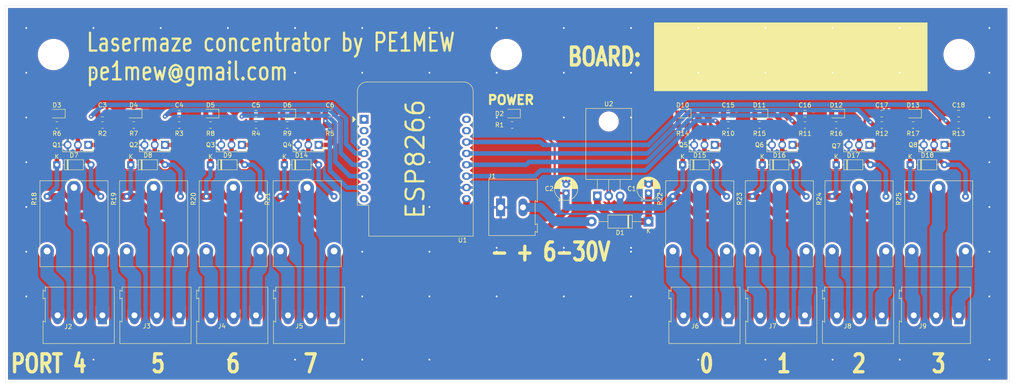
<source format=kicad_pcb>
(kicad_pcb (version 20171130) (host pcbnew "(5.1.9)-1")
  (layers (0 F.Cu signal) (31 B.Cu signal) (34 B.Paste user) (35 F.Paste user) (36 B.SilkS user) (37 F.SilkS user) (38 B.Mask user) (39 F.Mask user) (44 Edge.Cuts user))
  (net 0 "")
  (net 1 "Net-(C1-Pad1)")
  (net 2 /GND)
  (net 3 /5V)
  (net 4 /PORT4)
  (net 5 /PORT5)
  (net 6 /PORT6)
  (net 7 /PORT7)
  (net 8 /PORT0)
  (net 9 /PORT1)
  (net 10 /PORT2)
  (net 11 /PORT3)
  (net 12 "Net-(D1-Pad2)")
  (net 13 "Net-(D2-Pad2)")
  (net 14 "Net-(D3-Pad2)")
  (net 15 "Net-(D4-Pad2)")
  (net 16 "Net-(D5-Pad2)")
  (net 17 "Net-(D6-Pad2)")
  (net 18 "Net-(D10-Pad2)")
  (net 19 "Net-(D11-Pad2)")
  (net 20 "Net-(D12-Pad2)")
  (net 21 "Net-(D13-Pad2)")
  (net 22 "Net-(Q1-Pad1)")
  (net 23 "Net-(Q2-Pad1)")
  (net 24 "Net-(Q3-Pad1)")
  (net 25 "Net-(Q4-Pad1)")
  (net 26 "Net-(Q5-Pad1)")
  (net 27 "Net-(Q6-Pad1)")
  (net 28 "Net-(Q7-Pad1)")
  (net 29 "Net-(Q8-Pad1)")
  (net 30 "Net-(D3-Pad1)")
  (net 31 "Net-(D4-Pad1)")
  (net 32 "Net-(D5-Pad1)")
  (net 33 "Net-(D10-Pad1)")
  (net 34 "Net-(D11-Pad1)")
  (net 35 "Net-(D12-Pad1)")
  (net 36 "Net-(D13-Pad1)")
  (net 37 "Net-(D14-Pad2)")
  (net 38 "Net-(J2-Pad1)")
  (net 39 "Net-(J2-Pad2)")
  (net 40 "Net-(J2-Pad3)")
  (net 41 "Net-(J3-Pad3)")
  (net 42 "Net-(J3-Pad2)")
  (net 43 "Net-(J3-Pad1)")
  (net 44 "Net-(J4-Pad1)")
  (net 45 "Net-(J4-Pad2)")
  (net 46 "Net-(J4-Pad3)")
  (net 47 "Net-(J5-Pad1)")
  (net 48 "Net-(J5-Pad2)")
  (net 49 "Net-(J5-Pad3)")
  (net 50 "Net-(J6-Pad3)")
  (net 51 "Net-(J6-Pad2)")
  (net 52 "Net-(J6-Pad1)")
  (net 53 "Net-(J7-Pad3)")
  (net 54 "Net-(J7-Pad2)")
  (net 55 "Net-(J7-Pad1)")
  (net 56 "Net-(J8-Pad3)")
  (net 57 "Net-(J8-Pad2)")
  (net 58 "Net-(J8-Pad1)")
  (net 59 "Net-(J9-Pad1)")
  (net 60 "Net-(J9-Pad2)")
  (net 61 "Net-(J9-Pad3)")
  (module TerminalBlock:TerminalBlock_Altech_AK300-2_P5.00mm (layer F.Cu) (at 135.89 105.095)
    (fp_text reference J1 (at -1.92 -6.99) (layer F.SilkS))
    (fp_text value V-IN)
    (pad 1 thru_hole rect (at 0 0) (size 1.98 3.96) (drill 1.32) (layers *.Cu *.Mask) (net 2 /GND))
    (pad 2 thru_hole oval (at 5 0) (size 1.98 3.96) (drill 1.32) (layers *.Cu *.Mask) (net 12 "Net-(D1-Pad2)"))
  )
  (module TerminalBlock:TerminalBlock_Altech_AK300-3_P5.00mm (layer F.Cu) (at 238.125 129.225 180)
    (fp_text reference J9 (at 8.001 -2.413) (layer F.SilkS))
    (fp_text value 3)
    (pad 1 thru_hole rect (at 0 0 180) (size 1.98 3.96) (drill 1.32) (layers *.Cu *.Mask) (net 59 "Net-(J9-Pad1)"))
    (pad 2 thru_hole oval (at 5 0 180) (size 1.98 3.96) (drill 1.32) (layers *.Cu *.Mask) (net 60 "Net-(J9-Pad2)"))
    (pad 3 thru_hole oval (at 10 0 180) (size 1.98 3.96) (drill 1.32) (layers *.Cu *.Mask) (net 61 "Net-(J9-Pad3)"))
  )
  (module Package_TO_SOT_THT:SIPAK_Vertical (layer F.Cu) (at 218.186 91.125 180)
    (fp_text reference Q7 (at 7.366 -0.254) (layer F.SilkS))
    (fp_text value 85N3LHS)
    (pad 3 thru_hole oval (at 4.572 0 180) (size 1.7145 1.8) (drill 1.1) (layers *.Cu *.Mask) (net 2 /GND))
    (pad 2 thru_hole oval (at 2.286 0 180) (size 1.7145 1.8) (drill 1.1) (layers *.Cu *.Mask) (net 35 "Net-(D12-Pad1)"))
    (pad 1 thru_hole rect (at 0 0 180) (size 1.7145 1.8) (drill 1.1) (layers *.Cu *.Mask) (net 28 "Net-(Q7-Pad1)"))
  )
  (module TerminalBlock:TerminalBlock_Altech_AK300-3_P5.00mm (layer F.Cu) (at 203.835 129.225 180)
    (fp_text reference J7 (at 7.239 -2.413) (layer F.SilkS))
    (fp_text value 1)
    (pad 3 thru_hole oval (at 10 0 180) (size 1.98 3.96) (drill 1.32) (layers *.Cu *.Mask) (net 53 "Net-(J7-Pad3)"))
    (pad 2 thru_hole oval (at 5 0 180) (size 1.98 3.96) (drill 1.32) (layers *.Cu *.Mask) (net 54 "Net-(J7-Pad2)"))
    (pad 1 thru_hole rect (at 0 0 180) (size 1.98 3.96) (drill 1.32) (layers *.Cu *.Mask) (net 55 "Net-(J7-Pad1)"))
  )
  (module Package_TO_SOT_THT:SIPAK_Vertical (layer F.Cu) (at 234.95 91.125 180)
    (fp_text reference Q8 (at 6.985 0) (layer F.SilkS))
    (fp_text value 85N3LHS)
    (pad 1 thru_hole rect (at 0 0 180) (size 1.7145 1.8) (drill 1.1) (layers *.Cu *.Mask) (net 29 "Net-(Q8-Pad1)"))
    (pad 2 thru_hole oval (at 2.286 0 180) (size 1.7145 1.8) (drill 1.1) (layers *.Cu *.Mask) (net 36 "Net-(D13-Pad1)"))
    (pad 3 thru_hole oval (at 4.572 0 180) (size 1.7145 1.8) (drill 1.1) (layers *.Cu *.Mask) (net 2 /GND))
  )
  (module TerminalBlock:TerminalBlock_Altech_AK300-3_P5.00mm (layer F.Cu) (at 220.98 129.225 180)
    (fp_text reference J8 (at 7.62 -2.413) (layer F.SilkS))
    (fp_text value 2)
    (pad 3 thru_hole oval (at 10 0 180) (size 1.98 3.96) (drill 1.32) (layers *.Cu *.Mask) (net 56 "Net-(J8-Pad3)"))
    (pad 2 thru_hole oval (at 5 0 180) (size 1.98 3.96) (drill 1.32) (layers *.Cu *.Mask) (net 57 "Net-(J8-Pad2)"))
    (pad 1 thru_hole rect (at 0 0 180) (size 1.98 3.96) (drill 1.32) (layers *.Cu *.Mask) (net 58 "Net-(J8-Pad1)"))
  )
  (module Package_TO_SOT_THT:SIPAK_Vertical (layer F.Cu) (at 183.68 91.125 180)
    (fp_text reference Q5 (at 6.985 0) (layer F.SilkS))
    (fp_text value 85N3LHS)
    (pad 1 thru_hole rect (at 0 0 180) (size 1.7145 1.8) (drill 1.1) (layers *.Cu *.Mask) (net 26 "Net-(Q5-Pad1)"))
    (pad 2 thru_hole oval (at 2.286 0 180) (size 1.7145 1.8) (drill 1.1) (layers *.Cu *.Mask) (net 33 "Net-(D10-Pad1)"))
    (pad 3 thru_hole oval (at 4.572 0 180) (size 1.7145 1.8) (drill 1.1) (layers *.Cu *.Mask) (net 2 /GND))
  )
  (module Package_TO_SOT_THT:SIPAK_Vertical (layer F.Cu) (at 201.041 91.125 180)
    (fp_text reference Q6 (at 7.366 0) (layer F.SilkS))
    (fp_text value 85N3LHS)
    (pad 1 thru_hole rect (at 0 0 180) (size 1.7145 1.8) (drill 1.1) (layers *.Cu *.Mask) (net 27 "Net-(Q6-Pad1)"))
    (pad 2 thru_hole oval (at 2.286 0 180) (size 1.7145 1.8) (drill 1.1) (layers *.Cu *.Mask) (net 34 "Net-(D11-Pad1)"))
    (pad 3 thru_hole oval (at 4.572 0 180) (size 1.7145 1.8) (drill 1.1) (layers *.Cu *.Mask) (net 2 /GND))
  )
  (module TerminalBlock:TerminalBlock_Altech_AK300-3_P5.00mm (layer F.Cu) (at 186.69 129.225 180)
    (fp_text reference J6 (at 7.366 -2.413) (layer F.SilkS))
    (fp_text value 0)
    (pad 3 thru_hole oval (at 10 0 180) (size 1.98 3.96) (drill 1.32) (layers *.Cu *.Mask) (net 50 "Net-(J6-Pad3)"))
    (pad 2 thru_hole oval (at 5 0 180) (size 1.98 3.96) (drill 1.32) (layers *.Cu *.Mask) (net 51 "Net-(J6-Pad2)"))
    (pad 1 thru_hole rect (at 0 0 180) (size 1.98 3.96) (drill 1.32) (layers *.Cu *.Mask) (net 52 "Net-(J6-Pad1)"))
  )
  (module Capacitor_THT:CP_Radial_D5.0mm_P2.00mm (layer F.Cu) (at 168.91 101.92 90)
    (fp_text reference C1 (at 1 -3.75 180) (layer F.SilkS))
    (fp_text value 0,22uF)
    (pad 1 thru_hole rect (at 0 0 90) (size 1.6 1.6) (drill 0.8) (layers *.Cu *.Mask) (net 1 "Net-(C1-Pad1)"))
    (pad 2 thru_hole circle (at 2 0 90) (size 1.6 1.6) (drill 0.8) (layers *.Cu *.Mask) (net 2 /GND))
  )
  (module Capacitor_THT:CP_Radial_D5.0mm_P2.00mm (layer F.Cu) (at 150.495 101.92 90)
    (fp_text reference C2 (at 1 -3.75 180) (layer F.SilkS))
    (fp_text value 0,1uF)
    (pad 2 thru_hole circle (at 2 0 90) (size 1.6 1.6) (drill 0.8) (layers *.Cu *.Mask) (net 2 /GND))
    (pad 1 thru_hole rect (at 0 0 90) (size 1.6 1.6) (drill 0.8) (layers *.Cu *.Mask) (net 3 /5V))
  )
  (module Capacitor_SMD:C_0805_2012Metric_Pad1.18x1.45mm_HandSolder (layer F.Cu) (at 46.99 84.14 180)
    (fp_text reference C3 (at 0 1.905) (layer F.SilkS))
    (fp_text value 1n)
    (pad 2 smd roundrect (at 1.0375 0 180) (size 1.175 1.45) (layers F.Cu F.Paste F.Mask) (roundrect_rratio 0.212766) (net 4 /PORT4))
    (pad 1 smd roundrect (at -1.0375 0 180) (size 1.175 1.45) (layers F.Cu F.Paste F.Mask) (roundrect_rratio 0.212766) (net 2 /GND))
  )
  (module Capacitor_SMD:C_0805_2012Metric_Pad1.18x1.45mm_HandSolder (layer F.Cu) (at 64.135 84.14 180)
    (fp_text reference C4 (at 0 1.905) (layer F.SilkS))
    (fp_text value 1n)
    (pad 2 smd roundrect (at 1.0375 0 180) (size 1.175 1.45) (layers F.Cu F.Paste F.Mask) (roundrect_rratio 0.212766) (net 5 /PORT5))
    (pad 1 smd roundrect (at -1.0375 0 180) (size 1.175 1.45) (layers F.Cu F.Paste F.Mask) (roundrect_rratio 0.212766) (net 2 /GND))
  )
  (module Capacitor_SMD:C_0805_2012Metric_Pad1.18x1.45mm_HandSolder (layer F.Cu) (at 81.28 84.14 180)
    (fp_text reference C5 (at 0 1.905) (layer F.SilkS))
    (fp_text value 1n)
    (pad 1 smd roundrect (at -1.0375 0 180) (size 1.175 1.45) (layers F.Cu F.Paste F.Mask) (roundrect_rratio 0.212766) (net 2 /GND))
    (pad 2 smd roundrect (at 1.0375 0 180) (size 1.175 1.45) (layers F.Cu F.Paste F.Mask) (roundrect_rratio 0.212766) (net 6 /PORT6))
  )
  (module Capacitor_SMD:C_0805_2012Metric_Pad1.18x1.45mm_HandSolder (layer F.Cu) (at 97.79 84.14 180)
    (fp_text reference C6 (at 0 1.905) (layer F.SilkS))
    (fp_text value 1n)
    (pad 1 smd roundrect (at -1.0375 0 180) (size 1.175 1.45) (layers F.Cu F.Paste F.Mask) (roundrect_rratio 0.212766) (net 2 /GND))
    (pad 2 smd roundrect (at 1.0375 0 180) (size 1.175 1.45) (layers F.Cu F.Paste F.Mask) (roundrect_rratio 0.212766) (net 7 /PORT7))
  )
  (module Capacitor_SMD:C_0805_2012Metric_Pad1.18x1.45mm_HandSolder (layer F.Cu) (at 186.69 84.14 180)
    (fp_text reference C15 (at 0 1.905) (layer F.SilkS))
    (fp_text value 1n)
    (pad 1 smd roundrect (at -1.0375 0 180) (size 1.175 1.45) (layers F.Cu F.Paste F.Mask) (roundrect_rratio 0.212766) (net 2 /GND))
    (pad 2 smd roundrect (at 1.0375 0 180) (size 1.175 1.45) (layers F.Cu F.Paste F.Mask) (roundrect_rratio 0.212766) (net 8 /PORT0))
  )
  (module Capacitor_SMD:C_0805_2012Metric_Pad1.18x1.45mm_HandSolder (layer F.Cu) (at 203.835 84.14 180)
    (fp_text reference C16 (at 0 1.905) (layer F.SilkS))
    (fp_text value 1n)
    (pad 2 smd roundrect (at 1.0375 0 180) (size 1.175 1.45) (layers F.Cu F.Paste F.Mask) (roundrect_rratio 0.212766) (net 9 /PORT1))
    (pad 1 smd roundrect (at -1.0375 0 180) (size 1.175 1.45) (layers F.Cu F.Paste F.Mask) (roundrect_rratio 0.212766) (net 2 /GND))
  )
  (module Capacitor_SMD:C_0805_2012Metric_Pad1.18x1.45mm_HandSolder (layer F.Cu) (at 220.98 84.14 180)
    (fp_text reference C17 (at 0 1.905) (layer F.SilkS))
    (fp_text value 1n)
    (pad 1 smd roundrect (at -1.0375 0 180) (size 1.175 1.45) (layers F.Cu F.Paste F.Mask) (roundrect_rratio 0.212766) (net 2 /GND))
    (pad 2 smd roundrect (at 1.0375 0 180) (size 1.175 1.45) (layers F.Cu F.Paste F.Mask) (roundrect_rratio 0.212766) (net 10 /PORT2))
  )
  (module Capacitor_SMD:C_0805_2012Metric_Pad1.18x1.45mm_HandSolder (layer F.Cu) (at 238.125 84.14 180)
    (fp_text reference C18 (at 0 1.905) (layer F.SilkS))
    (fp_text value 1n)
    (pad 2 smd roundrect (at 1.0375 0 180) (size 1.175 1.45) (layers F.Cu F.Paste F.Mask) (roundrect_rratio 0.212766) (net 11 /PORT3))
    (pad 1 smd roundrect (at -1.0375 0 180) (size 1.175 1.45) (layers F.Cu F.Paste F.Mask) (roundrect_rratio 0.212766) (net 2 /GND))
  )
  (module Diode_THT:D_DO-41_SOD81_P12.70mm_Horizontal (layer F.Cu) (at 168.91 108.27 180)
    (fp_text reference D1 (at 6.35 -2.47) (layer F.SilkS))
    (fp_text value 1N4007)
    (fp_text user K (at 0 -2.1) (layer F.SilkS))
    (pad 1 thru_hole rect (at 0 0 180) (size 2.2 2.2) (drill 1.1) (layers *.Cu *.Mask) (net 1 "Net-(C1-Pad1)"))
    (pad 2 thru_hole oval (at 12.7 0 180) (size 2.2 2.2) (drill 1.1) (layers *.Cu *.Mask) (net 12 "Net-(D1-Pad2)"))
  )
  (module LED_SMD:LED_0805_2012Metric_Pad1.15x1.40mm_HandSolder (layer F.Cu) (at 138.43 84.14 180)
    (fp_text reference D2 (at 2.794 0) (layer F.SilkS))
    (fp_text value GREEN)
    (pad 2 smd roundrect (at 1.025 0 180) (size 1.15 1.4) (layers F.Cu F.Paste F.Mask) (roundrect_rratio 0.217391) (net 13 "Net-(D2-Pad2)"))
    (pad 1 smd roundrect (at -1.025 0 180) (size 1.15 1.4) (layers F.Cu F.Paste F.Mask) (roundrect_rratio 0.217391) (net 2 /GND))
  )
  (module LED_SMD:LED_0805_2012Metric_Pad1.15x1.40mm_HandSolder (layer F.Cu) (at 36.83 84.14 180)
    (fp_text reference D3 (at 0 1.905) (layer F.SilkS))
    (fp_text value LED)
    (pad 1 smd roundrect (at -1.025 0 180) (size 1.15 1.4) (layers F.Cu F.Paste F.Mask) (roundrect_rratio 0.217391) (net 30 "Net-(D3-Pad1)"))
    (pad 2 smd roundrect (at 1.025 0 180) (size 1.15 1.4) (layers F.Cu F.Paste F.Mask) (roundrect_rratio 0.217391) (net 14 "Net-(D3-Pad2)"))
  )
  (module LED_SMD:LED_0805_2012Metric_Pad1.15x1.40mm_HandSolder (layer F.Cu) (at 53.975 84.14 180)
    (fp_text reference D4 (at 0 1.905) (layer F.SilkS))
    (fp_text value LED)
    (pad 1 smd roundrect (at -1.025 0 180) (size 1.15 1.4) (layers F.Cu F.Paste F.Mask) (roundrect_rratio 0.217391) (net 31 "Net-(D4-Pad1)"))
    (pad 2 smd roundrect (at 1.025 0 180) (size 1.15 1.4) (layers F.Cu F.Paste F.Mask) (roundrect_rratio 0.217391) (net 15 "Net-(D4-Pad2)"))
  )
  (module LED_SMD:LED_0805_2012Metric_Pad1.15x1.40mm_HandSolder (layer F.Cu) (at 71.12 84.14 180)
    (fp_text reference D5 (at 0 1.905) (layer F.SilkS))
    (fp_text value LED)
    (pad 2 smd roundrect (at 1.025 0 180) (size 1.15 1.4) (layers F.Cu F.Paste F.Mask) (roundrect_rratio 0.217391) (net 16 "Net-(D5-Pad2)"))
    (pad 1 smd roundrect (at -1.025 0 180) (size 1.15 1.4) (layers F.Cu F.Paste F.Mask) (roundrect_rratio 0.217391) (net 32 "Net-(D5-Pad1)"))
  )
  (module LED_SMD:LED_0805_2012Metric_Pad1.15x1.40mm_HandSolder (layer F.Cu) (at 88.265 84.14 180)
    (fp_text reference D6 (at 0 1.905) (layer F.SilkS))
    (fp_text value LED)
    (pad 1 smd roundrect (at -1.025 0 180) (size 1.15 1.4) (layers F.Cu F.Paste F.Mask) (roundrect_rratio 0.217391) (net 37 "Net-(D14-Pad2)"))
    (pad 2 smd roundrect (at 1.025 0 180) (size 1.15 1.4) (layers F.Cu F.Paste F.Mask) (roundrect_rratio 0.217391) (net 17 "Net-(D6-Pad2)"))
  )
  (module LED_SMD:LED_0805_2012Metric_Pad1.15x1.40mm_HandSolder (layer F.Cu) (at 176.53 84.14 180)
    (fp_text reference D10 (at 0 1.905) (layer F.SilkS))
    (fp_text value LED)
    (pad 1 smd roundrect (at -1.025 0 180) (size 1.15 1.4) (layers F.Cu F.Paste F.Mask) (roundrect_rratio 0.217391) (net 33 "Net-(D10-Pad1)"))
    (pad 2 smd roundrect (at 1.025 0 180) (size 1.15 1.4) (layers F.Cu F.Paste F.Mask) (roundrect_rratio 0.217391) (net 18 "Net-(D10-Pad2)"))
  )
  (module LED_SMD:LED_0805_2012Metric_Pad1.15x1.40mm_HandSolder (layer F.Cu) (at 193.675 84.14 180)
    (fp_text reference D11 (at 0 1.905) (layer F.SilkS))
    (fp_text value LED)
    (pad 2 smd roundrect (at 1.025 0 180) (size 1.15 1.4) (layers F.Cu F.Paste F.Mask) (roundrect_rratio 0.217391) (net 19 "Net-(D11-Pad2)"))
    (pad 1 smd roundrect (at -1.025 0 180) (size 1.15 1.4) (layers F.Cu F.Paste F.Mask) (roundrect_rratio 0.217391) (net 34 "Net-(D11-Pad1)"))
  )
  (module LED_SMD:LED_0805_2012Metric_Pad1.15x1.40mm_HandSolder (layer F.Cu) (at 210.82 84.14 180)
    (fp_text reference D12 (at 0 1.905) (layer F.SilkS))
    (fp_text value LED)
    (pad 2 smd roundrect (at 1.025 0 180) (size 1.15 1.4) (layers F.Cu F.Paste F.Mask) (roundrect_rratio 0.217391) (net 20 "Net-(D12-Pad2)"))
    (pad 1 smd roundrect (at -1.025 0 180) (size 1.15 1.4) (layers F.Cu F.Paste F.Mask) (roundrect_rratio 0.217391) (net 35 "Net-(D12-Pad1)"))
  )
  (module LED_SMD:LED_0805_2012Metric_Pad1.15x1.40mm_HandSolder (layer F.Cu) (at 227.965 84.14 180)
    (fp_text reference D13 (at 0 1.905) (layer F.SilkS))
    (fp_text value LED)
    (pad 1 smd roundrect (at -1.025 0 180) (size 1.15 1.4) (layers F.Cu F.Paste F.Mask) (roundrect_rratio 0.217391) (net 36 "Net-(D13-Pad1)"))
    (pad 2 smd roundrect (at 1.025 0 180) (size 1.15 1.4) (layers F.Cu F.Paste F.Mask) (roundrect_rratio 0.217391) (net 21 "Net-(D13-Pad2)"))
  )
  (module TerminalBlock:TerminalBlock_Altech_AK300-3_P5.00mm (layer F.Cu) (at 46.99 129.225 180)
    (fp_text reference J2 (at 7.62 -2.54) (layer F.SilkS))
    (fp_text value 4)
    (pad 1 thru_hole rect (at 0 0 180) (size 1.98 3.96) (drill 1.32) (layers *.Cu *.Mask) (net 38 "Net-(J2-Pad1)"))
    (pad 2 thru_hole oval (at 5 0 180) (size 1.98 3.96) (drill 1.32) (layers *.Cu *.Mask) (net 39 "Net-(J2-Pad2)"))
    (pad 3 thru_hole oval (at 10 0 180) (size 1.98 3.96) (drill 1.32) (layers *.Cu *.Mask) (net 40 "Net-(J2-Pad3)"))
  )
  (module TerminalBlock:TerminalBlock_Altech_AK300-3_P5.00mm (layer F.Cu) (at 64.135 129.225 180)
    (fp_text reference J3 (at 7.239 -2.413) (layer F.SilkS))
    (fp_text value 5)
    (pad 3 thru_hole oval (at 10 0 180) (size 1.98 3.96) (drill 1.32) (layers *.Cu *.Mask) (net 41 "Net-(J3-Pad3)"))
    (pad 2 thru_hole oval (at 5 0 180) (size 1.98 3.96) (drill 1.32) (layers *.Cu *.Mask) (net 42 "Net-(J3-Pad2)"))
    (pad 1 thru_hole rect (at 0 0 180) (size 1.98 3.96) (drill 1.32) (layers *.Cu *.Mask) (net 43 "Net-(J3-Pad1)"))
  )
  (module TerminalBlock:TerminalBlock_Altech_AK300-3_P5.00mm (layer F.Cu) (at 81.28 129.225 180)
    (fp_text reference J4 (at 7.62 -2.413) (layer F.SilkS))
    (fp_text value 6)
    (pad 1 thru_hole rect (at 0 0 180) (size 1.98 3.96) (drill 1.32) (layers *.Cu *.Mask) (net 44 "Net-(J4-Pad1)"))
    (pad 2 thru_hole oval (at 5 0 180) (size 1.98 3.96) (drill 1.32) (layers *.Cu *.Mask) (net 45 "Net-(J4-Pad2)"))
    (pad 3 thru_hole oval (at 10 0 180) (size 1.98 3.96) (drill 1.32) (layers *.Cu *.Mask) (net 46 "Net-(J4-Pad3)"))
  )
  (module TerminalBlock:TerminalBlock_Altech_AK300-3_P5.00mm (layer F.Cu) (at 98.425 129.225 180)
    (fp_text reference J5 (at 7.493 -2.413) (layer F.SilkS))
    (fp_text value 7)
    (pad 1 thru_hole rect (at 0 0 180) (size 1.98 3.96) (drill 1.32) (layers *.Cu *.Mask) (net 47 "Net-(J5-Pad1)"))
    (pad 2 thru_hole oval (at 5 0 180) (size 1.98 3.96) (drill 1.32) (layers *.Cu *.Mask) (net 48 "Net-(J5-Pad2)"))
    (pad 3 thru_hole oval (at 10 0 180) (size 1.98 3.96) (drill 1.32) (layers *.Cu *.Mask) (net 49 "Net-(J5-Pad3)"))
  )
  (module Package_TO_SOT_THT:SIPAK_Vertical (layer F.Cu) (at 43.815 91.125 180)
    (fp_text reference Q1 (at 6.985 0) (layer F.SilkS))
    (fp_text value 85N3LHS)
    (pad 1 thru_hole rect (at 0 0 180) (size 1.7145 1.8) (drill 1.1) (layers *.Cu *.Mask) (net 22 "Net-(Q1-Pad1)"))
    (pad 2 thru_hole oval (at 2.286 0 180) (size 1.7145 1.8) (drill 1.1) (layers *.Cu *.Mask) (net 30 "Net-(D3-Pad1)"))
    (pad 3 thru_hole oval (at 4.572 0 180) (size 1.7145 1.8) (drill 1.1) (layers *.Cu *.Mask) (net 2 /GND))
  )
  (module Package_TO_SOT_THT:SIPAK_Vertical (layer F.Cu) (at 60.96 91.125 180)
    (fp_text reference Q2 (at 6.985 0) (layer F.SilkS))
    (fp_text value 85N3LHS)
    (pad 3 thru_hole oval (at 4.572 0 180) (size 1.7145 1.8) (drill 1.1) (layers *.Cu *.Mask) (net 2 /GND))
    (pad 2 thru_hole oval (at 2.286 0 180) (size 1.7145 1.8) (drill 1.1) (layers *.Cu *.Mask) (net 31 "Net-(D4-Pad1)"))
    (pad 1 thru_hole rect (at 0 0 180) (size 1.7145 1.8) (drill 1.1) (layers *.Cu *.Mask) (net 23 "Net-(Q2-Pad1)"))
  )
  (module Package_TO_SOT_THT:SIPAK_Vertical (layer F.Cu) (at 78.105 91.125 180)
    (fp_text reference Q3 (at 6.985 0) (layer F.SilkS))
    (fp_text value 85N3LHS)
    (pad 3 thru_hole oval (at 4.572 0 180) (size 1.7145 1.8) (drill 1.1) (layers *.Cu *.Mask) (net 2 /GND))
    (pad 2 thru_hole oval (at 2.286 0 180) (size 1.7145 1.8) (drill 1.1) (layers *.Cu *.Mask) (net 32 "Net-(D5-Pad1)"))
    (pad 1 thru_hole rect (at 0 0 180) (size 1.7145 1.8) (drill 1.1) (layers *.Cu *.Mask) (net 24 "Net-(Q3-Pad1)"))
  )
  (module Package_TO_SOT_THT:SIPAK_Vertical (layer F.Cu) (at 95.25 91.125 180)
    (fp_text reference Q4 (at 6.985 0) (layer F.SilkS))
    (fp_text value 85N3LHS)
    (pad 3 thru_hole oval (at 4.572 0 180) (size 1.7145 1.8) (drill 1.1) (layers *.Cu *.Mask) (net 2 /GND))
    (pad 2 thru_hole oval (at 2.286 0 180) (size 1.7145 1.8) (drill 1.1) (layers *.Cu *.Mask) (net 37 "Net-(D14-Pad2)"))
    (pad 1 thru_hole rect (at 0 0 180) (size 1.7145 1.8) (drill 1.1) (layers *.Cu *.Mask) (net 25 "Net-(Q4-Pad1)"))
  )
  (module Resistor_SMD:R_0805_2012Metric_Pad1.20x1.40mm_HandSolder (layer F.Cu) (at 138.4525 86.68)
    (fp_text reference R1 (at -2.8165 0) (layer F.SilkS))
    (fp_text value 150)
    (pad 2 smd roundrect (at 1 0) (size 1.2 1.4) (layers F.Cu F.Paste F.Mask) (roundrect_rratio 0.208333) (net 3 /5V))
    (pad 1 smd roundrect (at -1 0) (size 1.2 1.4) (layers F.Cu F.Paste F.Mask) (roundrect_rratio 0.208333) (net 13 "Net-(D2-Pad2)"))
  )
  (module Resistor_SMD:R_0805_2012Metric_Pad1.20x1.40mm_HandSolder (layer F.Cu) (at 46.99 86.68 180)
    (fp_text reference R2 (at 0 -1.905) (layer F.SilkS))
    (fp_text value 1k)
    (pad 2 smd roundrect (at 1 0 180) (size 1.2 1.4) (layers F.Cu F.Paste F.Mask) (roundrect_rratio 0.208333) (net 4 /PORT4))
    (pad 1 smd roundrect (at -1 0 180) (size 1.2 1.4) (layers F.Cu F.Paste F.Mask) (roundrect_rratio 0.208333) (net 22 "Net-(Q1-Pad1)"))
  )
  (module Resistor_SMD:R_0805_2012Metric_Pad1.20x1.40mm_HandSolder (layer F.Cu) (at 64.135 86.68 180)
    (fp_text reference R3 (at 0 -1.905) (layer F.SilkS))
    (fp_text value 1k)
    (pad 2 smd roundrect (at 1 0 180) (size 1.2 1.4) (layers F.Cu F.Paste F.Mask) (roundrect_rratio 0.208333) (net 5 /PORT5))
    (pad 1 smd roundrect (at -1 0 180) (size 1.2 1.4) (layers F.Cu F.Paste F.Mask) (roundrect_rratio 0.208333) (net 23 "Net-(Q2-Pad1)"))
  )
  (module Resistor_SMD:R_0805_2012Metric_Pad1.20x1.40mm_HandSolder (layer F.Cu) (at 81.28 86.68 180)
    (fp_text reference R4 (at 0 -1.905) (layer F.SilkS))
    (fp_text value 1k)
    (pad 1 smd roundrect (at -1 0 180) (size 1.2 1.4) (layers F.Cu F.Paste F.Mask) (roundrect_rratio 0.208333) (net 24 "Net-(Q3-Pad1)"))
    (pad 2 smd roundrect (at 1 0 180) (size 1.2 1.4) (layers F.Cu F.Paste F.Mask) (roundrect_rratio 0.208333) (net 6 /PORT6))
  )
  (module Resistor_SMD:R_0805_2012Metric_Pad1.20x1.40mm_HandSolder (layer F.Cu) (at 97.79 86.68 180)
    (fp_text reference R5 (at 0 -1.905) (layer F.SilkS))
    (fp_text value 1k)
    (pad 1 smd roundrect (at -1 0 180) (size 1.2 1.4) (layers F.Cu F.Paste F.Mask) (roundrect_rratio 0.208333) (net 25 "Net-(Q4-Pad1)"))
    (pad 2 smd roundrect (at 1 0 180) (size 1.2 1.4) (layers F.Cu F.Paste F.Mask) (roundrect_rratio 0.208333) (net 7 /PORT7))
  )
  (module Resistor_SMD:R_0805_2012Metric_Pad1.20x1.40mm_HandSolder (layer F.Cu) (at 36.83 86.68 180)
    (fp_text reference R6 (at 0 -1.905) (layer F.SilkS))
    (fp_text value 150)
    (pad 1 smd roundrect (at -1 0 180) (size 1.2 1.4) (layers F.Cu F.Paste F.Mask) (roundrect_rratio 0.208333) (net 3 /5V))
    (pad 2 smd roundrect (at 1 0 180) (size 1.2 1.4) (layers F.Cu F.Paste F.Mask) (roundrect_rratio 0.208333) (net 14 "Net-(D3-Pad2)"))
  )
  (module Resistor_SMD:R_0805_2012Metric_Pad1.20x1.40mm_HandSolder (layer F.Cu) (at 53.975 86.68 180)
    (fp_text reference R7 (at 0 -1.905) (layer F.SilkS))
    (fp_text value 150)
    (pad 1 smd roundrect (at -1 0 180) (size 1.2 1.4) (layers F.Cu F.Paste F.Mask) (roundrect_rratio 0.208333) (net 3 /5V))
    (pad 2 smd roundrect (at 1 0 180) (size 1.2 1.4) (layers F.Cu F.Paste F.Mask) (roundrect_rratio 0.208333) (net 15 "Net-(D4-Pad2)"))
  )
  (module Resistor_SMD:R_0805_2012Metric_Pad1.20x1.40mm_HandSolder (layer F.Cu) (at 71.12 86.68 180)
    (fp_text reference R8 (at 0 -1.905) (layer F.SilkS))
    (fp_text value 150)
    (pad 2 smd roundrect (at 1 0 180) (size 1.2 1.4) (layers F.Cu F.Paste F.Mask) (roundrect_rratio 0.208333) (net 16 "Net-(D5-Pad2)"))
    (pad 1 smd roundrect (at -1 0 180) (size 1.2 1.4) (layers F.Cu F.Paste F.Mask) (roundrect_rratio 0.208333) (net 3 /5V))
  )
  (module Resistor_SMD:R_0805_2012Metric_Pad1.20x1.40mm_HandSolder (layer F.Cu) (at 88.265 86.68 180)
    (fp_text reference R9 (at 0 -1.905) (layer F.SilkS))
    (fp_text value 150)
    (pad 2 smd roundrect (at 1 0 180) (size 1.2 1.4) (layers F.Cu F.Paste F.Mask) (roundrect_rratio 0.208333) (net 17 "Net-(D6-Pad2)"))
    (pad 1 smd roundrect (at -1 0 180) (size 1.2 1.4) (layers F.Cu F.Paste F.Mask) (roundrect_rratio 0.208333) (net 3 /5V))
  )
  (module Resistor_SMD:R_0805_2012Metric_Pad1.20x1.40mm_HandSolder (layer F.Cu) (at 186.69 86.68 180)
    (fp_text reference R10 (at 0 -1.905) (layer F.SilkS))
    (fp_text value 1k)
    (pad 1 smd roundrect (at -1 0 180) (size 1.2 1.4) (layers F.Cu F.Paste F.Mask) (roundrect_rratio 0.208333) (net 26 "Net-(Q5-Pad1)"))
    (pad 2 smd roundrect (at 1 0 180) (size 1.2 1.4) (layers F.Cu F.Paste F.Mask) (roundrect_rratio 0.208333) (net 8 /PORT0))
  )
  (module Resistor_SMD:R_0805_2012Metric_Pad1.20x1.40mm_HandSolder (layer F.Cu) (at 203.835 86.68 180)
    (fp_text reference R11 (at 0 -1.905) (layer F.SilkS))
    (fp_text value 1k)
    (pad 2 smd roundrect (at 1 0 180) (size 1.2 1.4) (layers F.Cu F.Paste F.Mask) (roundrect_rratio 0.208333) (net 9 /PORT1))
    (pad 1 smd roundrect (at -1 0 180) (size 1.2 1.4) (layers F.Cu F.Paste F.Mask) (roundrect_rratio 0.208333) (net 27 "Net-(Q6-Pad1)"))
  )
  (module Resistor_SMD:R_0805_2012Metric_Pad1.20x1.40mm_HandSolder (layer F.Cu) (at 220.98 86.68 180)
    (fp_text reference R12 (at 0 -1.905) (layer F.SilkS))
    (fp_text value 1k)
    (pad 1 smd roundrect (at -1 0 180) (size 1.2 1.4) (layers F.Cu F.Paste F.Mask) (roundrect_rratio 0.208333) (net 28 "Net-(Q7-Pad1)"))
    (pad 2 smd roundrect (at 1 0 180) (size 1.2 1.4) (layers F.Cu F.Paste F.Mask) (roundrect_rratio 0.208333) (net 10 /PORT2))
  )
  (module Resistor_SMD:R_0805_2012Metric_Pad1.20x1.40mm_HandSolder (layer F.Cu) (at 238.125 86.68 180)
    (fp_text reference R13 (at 0 -1.905) (layer F.SilkS))
    (fp_text value 1k)
    (pad 1 smd roundrect (at -1 0 180) (size 1.2 1.4) (layers F.Cu F.Paste F.Mask) (roundrect_rratio 0.208333) (net 29 "Net-(Q8-Pad1)"))
    (pad 2 smd roundrect (at 1 0 180) (size 1.2 1.4) (layers F.Cu F.Paste F.Mask) (roundrect_rratio 0.208333) (net 11 /PORT3))
  )
  (module Resistor_SMD:R_0805_2012Metric_Pad1.20x1.40mm_HandSolder (layer F.Cu) (at 176.53 86.68 180)
    (fp_text reference R14 (at 0 -1.905) (layer F.SilkS))
    (fp_text value 150)
    (pad 1 smd roundrect (at -1 0 180) (size 1.2 1.4) (layers F.Cu F.Paste F.Mask) (roundrect_rratio 0.208333) (net 3 /5V))
    (pad 2 smd roundrect (at 1 0 180) (size 1.2 1.4) (layers F.Cu F.Paste F.Mask) (roundrect_rratio 0.208333) (net 18 "Net-(D10-Pad2)"))
  )
  (module Resistor_SMD:R_0805_2012Metric_Pad1.20x1.40mm_HandSolder (layer F.Cu) (at 193.675 86.68 180)
    (fp_text reference R15 (at 0 -1.905) (layer F.SilkS))
    (fp_text value 150)
    (pad 1 smd roundrect (at -1 0 180) (size 1.2 1.4) (layers F.Cu F.Paste F.Mask) (roundrect_rratio 0.208333) (net 3 /5V))
    (pad 2 smd roundrect (at 1 0 180) (size 1.2 1.4) (layers F.Cu F.Paste F.Mask) (roundrect_rratio 0.208333) (net 19 "Net-(D11-Pad2)"))
  )
  (module Resistor_SMD:R_0805_2012Metric_Pad1.20x1.40mm_HandSolder (layer F.Cu) (at 210.82 86.68 180)
    (fp_text reference R16 (at 0 -1.905) (layer F.SilkS))
    (fp_text value 150)
    (pad 2 smd roundrect (at 1 0 180) (size 1.2 1.4) (layers F.Cu F.Paste F.Mask) (roundrect_rratio 0.208333) (net 20 "Net-(D12-Pad2)"))
    (pad 1 smd roundrect (at -1 0 180) (size 1.2 1.4) (layers F.Cu F.Paste F.Mask) (roundrect_rratio 0.208333) (net 3 /5V))
  )
  (module Resistor_SMD:R_0805_2012Metric_Pad1.20x1.40mm_HandSolder (layer F.Cu) (at 227.965 86.68 180)
    (fp_text reference R17 (at 0 -1.905) (layer F.SilkS))
    (fp_text value 150)
    (pad 2 smd roundrect (at 1 0 180) (size 1.2 1.4) (layers F.Cu F.Paste F.Mask) (roundrect_rratio 0.208333) (net 21 "Net-(D13-Pad2)"))
    (pad 1 smd roundrect (at -1 0 180) (size 1.2 1.4) (layers F.Cu F.Paste F.Mask) (roundrect_rratio 0.208333) (net 3 /5V))
  )
  (module Module:WEMOS_D1_mini_light (layer F.Cu) (at 105.41 85.41)
    (fp_text reference U1 (at 22 27) (layer F.SilkS))
    (fp_text value WeMos_D1_mini)
    (pad 2 thru_hole oval (at 0 2.54) (size 2 1.6) (drill 1) (layers *.Cu *.Mask))
    (pad 1 thru_hole rect (at 0 0) (size 2 2) (drill 1) (layers *.Cu *.Mask))
    (pad 3 thru_hole oval (at 0 5.08) (size 2 1.6) (drill 1) (layers *.Cu *.Mask))
    (pad 4 thru_hole oval (at 0 7.62) (size 2 1.6) (drill 1) (layers *.Cu *.Mask) (net 4 /PORT4))
    (pad 5 thru_hole oval (at 0 10.16) (size 2 1.6) (drill 1) (layers *.Cu *.Mask) (net 5 /PORT5))
    (pad 6 thru_hole oval (at 0 12.7) (size 2 1.6) (drill 1) (layers *.Cu *.Mask) (net 6 /PORT6))
    (pad 7 thru_hole oval (at 0 15.24) (size 2 1.6) (drill 1) (layers *.Cu *.Mask) (net 7 /PORT7))
    (pad 8 thru_hole oval (at 0 17.78) (size 2 1.6) (drill 1) (layers *.Cu *.Mask))
    (pad 9 thru_hole oval (at 22.86 17.78) (size 2 1.6) (drill 1) (layers *.Cu *.Mask) (net 3 /5V))
    (pad 10 thru_hole oval (at 22.86 15.24) (size 2 1.6) (drill 1) (layers *.Cu *.Mask) (net 2 /GND))
    (pad 11 thru_hole oval (at 22.86 12.7) (size 2 1.6) (drill 1) (layers *.Cu *.Mask) (net 8 /PORT0))
    (pad 12 thru_hole oval (at 22.86 10.16) (size 2 1.6) (drill 1) (layers *.Cu *.Mask) (net 9 /PORT1))
    (pad 13 thru_hole oval (at 22.86 7.62) (size 2 1.6) (drill 1) (layers *.Cu *.Mask) (net 10 /PORT2))
    (pad 14 thru_hole oval (at 22.86 5.08) (size 2 1.6) (drill 1) (layers *.Cu *.Mask) (net 11 /PORT3))
    (pad 15 thru_hole oval (at 22.86 2.54) (size 2 1.6) (drill 1) (layers *.Cu *.Mask))
    (pad 16 thru_hole oval (at 22.86 0) (size 2 1.6) (drill 1) (layers *.Cu *.Mask))
  )
  (module Package_TO_SOT_THT:TO-220-3_Horizontal_TabDown (layer F.Cu) (at 157.48 102.555)
    (fp_text reference U2 (at 2.54 -20.58) (layer F.SilkS))
    (fp_text value L7805)
    (pad "" np_thru_hole oval (at 2.54 -16.66) (size 3.5 3.5) (drill 3.5) (layers *.Cu *.Mask))
    (pad 1 thru_hole rect (at 0 0) (size 1.905 2) (drill 1.1) (layers *.Cu *.Mask) (net 1 "Net-(C1-Pad1)"))
    (pad 2 thru_hole oval (at 2.54 0) (size 1.905 2) (drill 1.1) (layers *.Cu *.Mask) (net 2 /GND))
    (pad 3 thru_hole oval (at 5.08 0) (size 1.905 2) (drill 1.1) (layers *.Cu *.Mask) (net 3 /5V))
  )
  (module MountingHole:MountingHole_6mm (layer F.Cu) (at 36.068 70.932)
    (fp_text reference H1 hide)
    (fp_text value MountingHole)
    (pad 1 np_thru_hole circle (at 0 0) (size 6 6) (drill 6) (layers *.Cu *.Mask))
  )
  (module MountingHole:MountingHole_6mm (layer F.Cu) (at 137.16 70.932)
    (fp_text reference H2 hide)
    (fp_text value MountingHole)
    (pad 1 np_thru_hole circle (at 0 0) (size 6 6) (drill 6) (layers *.Cu *.Mask))
  )
  (module MountingHole:MountingHole_6mm (layer F.Cu) (at 238.252 70.932)
    (fp_text reference H3 hide)
    (fp_text value MountingHole)
    (pad 1 np_thru_hole circle (at 0 0) (size 6 6) (drill 6) (layers *.Cu *.Mask))
  )
  (module Diode_THT:D_DO-35_SOD27_P7.62mm_Horizontal (layer F.Cu) (at 36.83 95.57)
    (fp_text reference D7 (at 3.81 -2.12) (layer F.SilkS))
    (fp_text value 1N4148)
    (fp_text user K (at 0 -1.8) (layer F.SilkS))
    (pad 2 thru_hole oval (at 7.62 0) (size 1.6 1.6) (drill 0.8) (layers *.Cu *.Mask) (net 30 "Net-(D3-Pad1)"))
    (pad 1 thru_hole rect (at 0 0) (size 1.6 1.6) (drill 0.8) (layers *.Cu *.Mask) (net 3 /5V))
  )
  (module Diode_THT:D_DO-35_SOD27_P7.62mm_Horizontal (layer F.Cu) (at 53.34 95.57)
    (fp_text reference D8 (at 3.81 -2.12) (layer F.SilkS))
    (fp_text value 1N4148)
    (fp_text user K (at 0 -1.8) (layer F.SilkS))
    (pad 1 thru_hole rect (at 0 0) (size 1.6 1.6) (drill 0.8) (layers *.Cu *.Mask) (net 3 /5V))
    (pad 2 thru_hole oval (at 7.62 0) (size 1.6 1.6) (drill 0.8) (layers *.Cu *.Mask) (net 31 "Net-(D4-Pad1)"))
  )
  (module Diode_THT:D_DO-35_SOD27_P7.62mm_Horizontal (layer F.Cu) (at 71.12 95.57)
    (fp_text reference D9 (at 3.81 -2.12) (layer F.SilkS))
    (fp_text value 1N4148)
    (fp_text user K (at 0 -1.8) (layer F.SilkS))
    (pad 2 thru_hole oval (at 7.62 0) (size 1.6 1.6) (drill 0.8) (layers *.Cu *.Mask) (net 32 "Net-(D5-Pad1)"))
    (pad 1 thru_hole rect (at 0 0) (size 1.6 1.6) (drill 0.8) (layers *.Cu *.Mask) (net 3 /5V))
  )
  (module Diode_THT:D_DO-35_SOD27_P7.62mm_Horizontal (layer F.Cu) (at 87.63 95.57)
    (fp_text reference D14 (at 3.81 -2.12) (layer F.SilkS))
    (fp_text value 1N4148)
    (fp_text user K (at 0 -1.8) (layer F.SilkS))
    (pad 1 thru_hole rect (at 0 0) (size 1.6 1.6) (drill 0.8) (layers *.Cu *.Mask) (net 3 /5V))
    (pad 2 thru_hole oval (at 7.62 0) (size 1.6 1.6) (drill 0.8) (layers *.Cu *.Mask) (net 37 "Net-(D14-Pad2)"))
  )
  (module Diode_THT:D_DO-35_SOD27_P7.62mm_Horizontal (layer F.Cu) (at 176.53 95.57)
    (fp_text reference D15 (at 3.81 -2.12) (layer F.SilkS))
    (fp_text value 1N4148)
    (fp_text user K (at 0 -1.8) (layer F.SilkS))
    (pad 2 thru_hole oval (at 7.62 0) (size 1.6 1.6) (drill 0.8) (layers *.Cu *.Mask) (net 33 "Net-(D10-Pad1)"))
    (pad 1 thru_hole rect (at 0 0) (size 1.6 1.6) (drill 0.8) (layers *.Cu *.Mask) (net 3 /5V))
  )
  (module Diode_THT:D_DO-35_SOD27_P7.62mm_Horizontal (layer F.Cu) (at 194.31 95.57)
    (fp_text reference D16 (at 3.81 -2.12) (layer F.SilkS))
    (fp_text value 1N4148)
    (fp_text user K (at 0 -1.8) (layer F.SilkS))
    (pad 1 thru_hole rect (at 0 0) (size 1.6 1.6) (drill 0.8) (layers *.Cu *.Mask) (net 3 /5V))
    (pad 2 thru_hole oval (at 7.62 0) (size 1.6 1.6) (drill 0.8) (layers *.Cu *.Mask) (net 34 "Net-(D11-Pad1)"))
  )
  (module Diode_THT:D_DO-35_SOD27_P7.62mm_Horizontal (layer F.Cu) (at 210.82 95.57)
    (fp_text reference D17 (at 3.81 -2.12) (layer F.SilkS))
    (fp_text value 1N4148)
    (fp_text user K (at 0 -1.8) (layer F.SilkS))
    (pad 2 thru_hole oval (at 7.62 0) (size 1.6 1.6) (drill 0.8) (layers *.Cu *.Mask) (net 35 "Net-(D12-Pad1)"))
    (pad 1 thru_hole rect (at 0 0) (size 1.6 1.6) (drill 0.8) (layers *.Cu *.Mask) (net 3 /5V))
  )
  (module Diode_THT:D_DO-35_SOD27_P7.62mm_Horizontal (layer F.Cu) (at 227.33 95.57)
    (fp_text reference D18 (at 3.81 -2.12) (layer F.SilkS))
    (fp_text value 1N4148)
    (fp_text user K (at 0 -1.8) (layer F.SilkS))
    (pad 1 thru_hole rect (at 0 0) (size 1.6 1.6) (drill 0.8) (layers *.Cu *.Mask) (net 3 /5V))
    (pad 2 thru_hole oval (at 7.62 0) (size 1.6 1.6) (drill 0.8) (layers *.Cu *.Mask) (net 36 "Net-(D13-Pad1)"))
  )
  (module components:SRD-05VDC-SL-C (layer F.Cu) (at 40.64 100.65 270)
    (fp_text reference R18 (at 2.54 8.89 90) (layer F.SilkS))
    (fp_text value SRD-05VDC-SL-C)
    (pad 5 thru_hole circle (at 14.2 6 274) (size 3 3) (drill 1.5) (layers *.Cu *.Mask) (net 40 "Net-(J2-Pad3)"))
    (pad 4 thru_hole circle (at 0 0 270) (size 3 3) (drill 1.5) (layers *.Cu *.Mask) (net 39 "Net-(J2-Pad2)"))
    (pad 3 thru_hole circle (at 14.2 -6 270) (size 3 3) (drill 1.5) (layers *.Cu *.Mask) (net 38 "Net-(J2-Pad1)"))
    (pad 2 thru_hole circle (at 2 -6 270) (size 1.524 1.524) (drill 0.7) (layers *.Cu *.Mask) (net 30 "Net-(D3-Pad1)"))
    (pad 1 thru_hole circle (at 2 6 270) (size 1.524 1.524) (drill 0.7) (layers *.Cu *.Mask) (net 3 /5V))
  )
  (module components:SRD-05VDC-SL-C (layer F.Cu) (at 58.42 100.65 270)
    (fp_text reference R19 (at 2.54 8.89 90) (layer F.SilkS))
    (fp_text value SRD-05VDC-SL-C)
    (pad 1 thru_hole circle (at 2 6 270) (size 1.524 1.524) (drill 0.7) (layers *.Cu *.Mask) (net 3 /5V))
    (pad 2 thru_hole circle (at 2 -6 270) (size 1.524 1.524) (drill 0.7) (layers *.Cu *.Mask) (net 31 "Net-(D4-Pad1)"))
    (pad 3 thru_hole circle (at 14.2 -6 270) (size 3 3) (drill 1.5) (layers *.Cu *.Mask) (net 43 "Net-(J3-Pad1)"))
    (pad 4 thru_hole circle (at 0 0 270) (size 3 3) (drill 1.5) (layers *.Cu *.Mask) (net 42 "Net-(J3-Pad2)"))
    (pad 5 thru_hole circle (at 14.2 6 274) (size 3 3) (drill 1.5) (layers *.Cu *.Mask) (net 41 "Net-(J3-Pad3)"))
  )
  (module components:SRD-05VDC-SL-C (layer F.Cu) (at 76.2 100.65 270)
    (fp_text reference R20 (at 2.54 8.89 90) (layer F.SilkS))
    (fp_text value SRD-05VDC-SL-C)
    (pad 5 thru_hole circle (at 14.2 6 274) (size 3 3) (drill 1.5) (layers *.Cu *.Mask) (net 46 "Net-(J4-Pad3)"))
    (pad 4 thru_hole circle (at 0 0 270) (size 3 3) (drill 1.5) (layers *.Cu *.Mask) (net 45 "Net-(J4-Pad2)"))
    (pad 3 thru_hole circle (at 14.2 -6 270) (size 3 3) (drill 1.5) (layers *.Cu *.Mask) (net 44 "Net-(J4-Pad1)"))
    (pad 2 thru_hole circle (at 2 -6 270) (size 1.524 1.524) (drill 0.7) (layers *.Cu *.Mask) (net 32 "Net-(D5-Pad1)"))
    (pad 1 thru_hole circle (at 2 6 270) (size 1.524 1.524) (drill 0.7) (layers *.Cu *.Mask) (net 3 /5V))
  )
  (module components:SRD-05VDC-SL-C (layer F.Cu) (at 92.71 100.65 270)
    (fp_text reference R21 (at 2.54 8.89 90) (layer F.SilkS))
    (fp_text value SRD-05VDC-SL-C)
    (pad 1 thru_hole circle (at 2 6 270) (size 1.524 1.524) (drill 0.7) (layers *.Cu *.Mask) (net 3 /5V))
    (pad 2 thru_hole circle (at 2 -6 270) (size 1.524 1.524) (drill 0.7) (layers *.Cu *.Mask) (net 37 "Net-(D14-Pad2)"))
    (pad 3 thru_hole circle (at 14.2 -6 270) (size 3 3) (drill 1.5) (layers *.Cu *.Mask) (net 47 "Net-(J5-Pad1)"))
    (pad 4 thru_hole circle (at 0 0 270) (size 3 3) (drill 1.5) (layers *.Cu *.Mask) (net 48 "Net-(J5-Pad2)"))
    (pad 5 thru_hole circle (at 14.2 6 274) (size 3 3) (drill 1.5) (layers *.Cu *.Mask) (net 49 "Net-(J5-Pad3)"))
  )
  (module components:SRD-05VDC-SL-C (layer F.Cu) (at 180.34 100.65 270)
    (fp_text reference R22 (at 2.54 8.89 90) (layer F.SilkS))
    (fp_text value SRD-05VDC-SL-C)
    (pad 1 thru_hole circle (at 2 6 270) (size 1.524 1.524) (drill 0.7) (layers *.Cu *.Mask) (net 3 /5V))
    (pad 2 thru_hole circle (at 2 -6 270) (size 1.524 1.524) (drill 0.7) (layers *.Cu *.Mask) (net 33 "Net-(D10-Pad1)"))
    (pad 3 thru_hole circle (at 14.2 -6 270) (size 3 3) (drill 1.5) (layers *.Cu *.Mask) (net 52 "Net-(J6-Pad1)"))
    (pad 4 thru_hole circle (at 0 0 270) (size 3 3) (drill 1.5) (layers *.Cu *.Mask) (net 51 "Net-(J6-Pad2)"))
    (pad 5 thru_hole circle (at 14.2 6 274) (size 3 3) (drill 1.5) (layers *.Cu *.Mask) (net 50 "Net-(J6-Pad3)"))
  )
  (module components:SRD-05VDC-SL-C (layer F.Cu) (at 198.12 100.65 270)
    (fp_text reference R23 (at 2.54 8.89 90) (layer F.SilkS))
    (fp_text value SRD-05VDC-SL-C)
    (pad 1 thru_hole circle (at 2 6 270) (size 1.524 1.524) (drill 0.7) (layers *.Cu *.Mask) (net 3 /5V))
    (pad 2 thru_hole circle (at 2 -6 270) (size 1.524 1.524) (drill 0.7) (layers *.Cu *.Mask) (net 34 "Net-(D11-Pad1)"))
    (pad 3 thru_hole circle (at 14.2 -6 270) (size 3 3) (drill 1.5) (layers *.Cu *.Mask) (net 55 "Net-(J7-Pad1)"))
    (pad 4 thru_hole circle (at 0 0 270) (size 3 3) (drill 1.5) (layers *.Cu *.Mask) (net 54 "Net-(J7-Pad2)"))
    (pad 5 thru_hole circle (at 14.2 6 274) (size 3 3) (drill 1.5) (layers *.Cu *.Mask) (net 53 "Net-(J7-Pad3)"))
  )
  (module components:SRD-05VDC-SL-C (layer F.Cu) (at 215.9 100.65 270)
    (fp_text reference R24 (at 2.54 8.89 90) (layer F.SilkS))
    (fp_text value SRD-05VDC-SL-C)
    (pad 5 thru_hole circle (at 14.2 6 274) (size 3 3) (drill 1.5) (layers *.Cu *.Mask) (net 56 "Net-(J8-Pad3)"))
    (pad 4 thru_hole circle (at 0 0 270) (size 3 3) (drill 1.5) (layers *.Cu *.Mask) (net 57 "Net-(J8-Pad2)"))
    (pad 3 thru_hole circle (at 14.2 -6 270) (size 3 3) (drill 1.5) (layers *.Cu *.Mask) (net 58 "Net-(J8-Pad1)"))
    (pad 2 thru_hole circle (at 2 -6 270) (size 1.524 1.524) (drill 0.7) (layers *.Cu *.Mask) (net 35 "Net-(D12-Pad1)"))
    (pad 1 thru_hole circle (at 2 6 270) (size 1.524 1.524) (drill 0.7) (layers *.Cu *.Mask) (net 3 /5V))
  )
  (module components:SRD-05VDC-SL-C (layer F.Cu) (at 233.68 100.65 270)
    (fp_text reference R25 (at 2.54 8.89 90) (layer F.SilkS))
    (fp_text value SRD-05VDC-SL-C)
    (pad 5 thru_hole circle (at 14.2 6 274) (size 3 3) (drill 1.5) (layers *.Cu *.Mask) (net 61 "Net-(J9-Pad3)"))
    (pad 4 thru_hole circle (at 0 0 270) (size 3 3) (drill 1.5) (layers *.Cu *.Mask) (net 60 "Net-(J9-Pad2)"))
    (pad 3 thru_hole circle (at 14.2 -6 270) (size 3 3) (drill 1.5) (layers *.Cu *.Mask) (net 59 "Net-(J9-Pad1)"))
    (pad 2 thru_hole circle (at 2 -6 270) (size 1.524 1.524) (drill 0.7) (layers *.Cu *.Mask) (net 36 "Net-(D13-Pad1)"))
    (pad 1 thru_hole circle (at 2 6 270) (size 1.524 1.524) (drill 0.7) (layers *.Cu *.Mask) (net 3 /5V))
  )
  (gr_text 1 (at 199.136 140.02) (layer F.SilkS) (effects (font (size 4 3) (thickness 0.75))))
  (gr_text 0 (at 181.864 140.02) (layer F.SilkS) (effects (font (size 4 3) (thickness 0.75))))
  (gr_text 3 (at 233.68 140.02) (layer F.SilkS) (effects (font (size 4 3) (thickness 0.75))))
  (gr_text 2 (at 215.9 140.02) (layer F.SilkS) (effects (font (size 4 3) (thickness 0.75))))
  (gr_text "Lasermaze concentrator by PE1MEW\npe1mew@gmail.com " (at 43.18 71.44) (layer F.SilkS) (effects (font (size 4 3) (thickness 0.5)) (justify left)))
  (gr_text BOARD: (at 167.64 71.44) (layer F.SilkS) (effects (font (size 4 3) (thickness 0.75)) (justify right)))
  (gr_poly (pts (xy 231.14 79.06) (xy 170.18 79.06) (xy 170.18 63.82) (xy 231.14 63.82)) (layer F.SilkS) (width 0.1))
  (gr_text ESP8266 (at 116.84 94.3 90) (layer F.SilkS) (effects (font (size 4 4) (thickness 0.5))))
  (gr_text POWER (at 138.176 81.092) (layer F.SilkS) (effects (font (size 2 2) (thickness 0.5))))
  (gr_text "+ 6-30V" (at 149.86 115.02) (layer F.SilkS) (effects (font (size 4 3) (thickness 0.75))))
  (gr_text - (at 135.636 115.02) (layer F.SilkS) (effects (font (size 4 3) (thickness 0.75))))
  (gr_text 7 (at 93.472 140.02) (layer F.SilkS) (effects (font (size 4 3) (thickness 0.75))))
  (gr_text 6 (at 76.2 140.02) (layer F.SilkS) (effects (font (size 4 3) (thickness 0.75))))
  (gr_text 5 (at 59.436 140.02) (layer F.SilkS) (effects (font (size 4 3) (thickness 0.75))))
  (gr_text 4 (at 41.91 140.02) (layer F.SilkS) (effects (font (size 4 3) (thickness 0.75))))
  (gr_text PORT (at 32.385 140.02) (layer F.SilkS) (effects (font (size 4 3) (thickness 0.75))))
  (gr_line (start 25.4 60.01) (end 25.4 144.13) (layer Edge.Cuts) (width 0.05))
  (gr_line (start 249.555 60.01) (end 25.4 60.01) (layer Edge.Cuts) (width 0.05))
  (gr_line (start 249.555 144.13) (end 249.555 60.01) (layer Edge.Cuts) (width 0.05))
  (gr_line (start 25.4 144.13) (end 249.555 144.13) (layer Edge.Cuts) (width 0.05))
  (segment (start 168.91 108.27) (end 168.91 101.92) (width 1.5) (layer F.Cu) (net 1))
  (segment (start 157.48 104.46) (end 157.48 102.555) (width 1.5) (layer F.Cu) (net 1))
  (segment (start 161.29 108.27) (end 157.48 104.46) (width 1.5) (layer F.Cu) (net 1))
  (segment (start 168.91 108.27) (end 161.29 108.27) (width 1.5) (layer F.Cu) (net 1))
  (segment (start 139.455 84.14) (end 143.51 84.14) (width 0.5) (layer F.Cu) (net 2))
  (segment (start 150.495 91.125) (end 150.495 99.92) (width 0.5) (layer F.Cu) (net 2))
  (segment (start 143.51 84.14) (end 150.495 91.125) (width 0.5) (layer F.Cu) (net 2))
  (segment (start 160.02 100.015) (end 160.115 99.92) (width 0.5) (layer B.Cu) (net 2))
  (segment (start 160.02 102.555) (end 160.02 100.015) (width 0.5) (layer B.Cu) (net 2))
  (segment (start 160.115 99.92) (end 168.91 99.92) (width 0.5) (layer B.Cu) (net 2))
  (segment (start 150.495 99.92) (end 160.115 99.92) (width 0.5) (layer B.Cu) (net 2))
  (segment (start 82.3175 84.14) (end 82.3175 83.1025) (width 1) (layer F.Cu) (net 2))
  (segment (start 82.3175 83.1025) (end 83.82 81.6) (width 1) (layer F.Cu) (net 2))
  (segment (start 83.82 81.6) (end 97.79 81.6) (width 1) (layer F.Cu) (net 2))
  (segment (start 98.8275 82.6375) (end 98.8275 84.14) (width 1) (layer F.Cu) (net 2))
  (segment (start 97.79 81.6) (end 98.8275 82.6375) (width 1) (layer F.Cu) (net 2))
  (segment (start 168.91 99.92) (end 160.75 99.92) (width 1) (layer F.Cu) (net 2))
  (segment (start 160.02 100.65) (end 160.02 102.555) (width 1) (layer F.Cu) (net 2))
  (segment (start 160.75 99.92) (end 160.02 100.65) (width 1) (layer F.Cu) (net 2))
  (segment (start 168.91 99.92) (end 170.085 99.92) (width 1) (layer F.Cu) (net 2))
  (via (at 30 65) (size 0.8) (drill 0.4) (layers F.Cu B.Cu) (net 2))
  (via (at 30 75) (size 0.8) (drill 0.4) (layers F.Cu B.Cu) (net 2))
  (via (at 30 85) (size 0.8) (drill 0.4) (layers F.Cu B.Cu) (net 2))
  (via (at 30 139.13) (size 0.8) (drill 0.4) (layers F.Cu B.Cu) (net 2))
  (via (at 30 95) (size 0.8) (drill 0.4) (layers F.Cu B.Cu) (net 2))
  (via (at 30 105) (size 0.8) (drill 0.4) (layers F.Cu B.Cu) (net 2))
  (via (at 45 65) (size 0.8) (drill 0.4) (layers F.Cu B.Cu) (net 2))
  (via (at 45 75) (size 0.8) (drill 0.4) (layers F.Cu B.Cu) (net 2))
  (via (at 45 139.13) (size 0.8) (drill 0.4) (layers F.Cu B.Cu) (net 2))
  (via (at 60 75) (size 0.8) (drill 0.4) (layers F.Cu B.Cu) (net 2))
  (via (at 60 65) (size 0.8) (drill 0.4) (layers F.Cu B.Cu) (net 2))
  (via (at 60 139.13) (size 0.8) (drill 0.4) (layers F.Cu B.Cu) (net 2))
  (via (at 75 139.13) (size 0.8) (drill 0.4) (layers F.Cu B.Cu) (net 2))
  (via (at 75 75) (size 0.8) (drill 0.4) (layers F.Cu B.Cu) (net 2))
  (via (at 75 65) (size 0.8) (drill 0.4) (layers F.Cu B.Cu) (net 2))
  (via (at 90 65) (size 0.8) (drill 0.4) (layers F.Cu B.Cu) (net 2))
  (via (at 90 139.13) (size 0.8) (drill 0.4) (layers F.Cu B.Cu) (net 2))
  (via (at 90 75) (size 0.8) (drill 0.4) (layers F.Cu B.Cu) (net 2))
  (via (at 105 139.13) (size 0.8) (drill 0.4) (layers F.Cu B.Cu) (net 2))
  (via (at 105 75) (size 0.8) (drill 0.4) (layers F.Cu B.Cu) (net 2))
  (via (at 105 65) (size 0.8) (drill 0.4) (layers F.Cu B.Cu) (net 2))
  (via (at 120 75) (size 0.8) (drill 0.4) (layers F.Cu B.Cu) (net 2))
  (via (at 120 65) (size 0.8) (drill 0.4) (layers F.Cu B.Cu) (net 2))
  (via (at 120 139.13) (size 0.8) (drill 0.4) (layers F.Cu B.Cu) (net 2))
  (via (at 135 114.13) (size 0.8) (drill 0.4) (layers F.Cu B.Cu) (net 2))
  (via (at 135 65) (size 0.8) (drill 0.4) (layers F.Cu B.Cu) (net 2))
  (via (at 135 75) (size 0.8) (drill 0.4) (layers F.Cu B.Cu) (net 2))
  (via (at 150 65) (size 0.8) (drill 0.4) (layers F.Cu B.Cu) (net 2))
  (via (at 150 75) (size 0.8) (drill 0.4) (layers F.Cu B.Cu) (net 2))
  (via (at 165 75) (size 0.8) (drill 0.4) (layers F.Cu B.Cu) (net 2))
  (via (at 165 65) (size 0.8) (drill 0.4) (layers F.Cu B.Cu) (net 2))
  (via (at 180 75) (size 0.8) (drill 0.4) (layers F.Cu B.Cu) (net 2))
  (via (at 180 65) (size 0.8) (drill 0.4) (layers F.Cu B.Cu) (net 2))
  (via (at 195 65) (size 0.8) (drill 0.4) (layers F.Cu B.Cu) (net 2))
  (via (at 195 75) (size 0.8) (drill 0.4) (layers F.Cu B.Cu) (net 2))
  (via (at 210 65) (size 0.8) (drill 0.4) (layers F.Cu B.Cu) (net 2))
  (via (at 210 75) (size 0.8) (drill 0.4) (layers F.Cu B.Cu) (net 2))
  (via (at 225 65) (size 0.8) (drill 0.4) (layers F.Cu B.Cu) (net 2))
  (via (at 225 75) (size 0.8) (drill 0.4) (layers F.Cu B.Cu) (net 2))
  (via (at 245 65) (size 0.8) (drill 0.4) (layers F.Cu B.Cu) (net 2))
  (via (at 245 75) (size 0.8) (drill 0.4) (layers F.Cu B.Cu) (net 2))
  (via (at 150 114.13) (size 0.8) (drill 0.4) (layers F.Cu B.Cu) (net 2))
  (via (at 165 114.13) (size 0.8) (drill 0.4) (layers F.Cu B.Cu) (net 2))
  (via (at 245 85) (size 0.8) (drill 0.4) (layers F.Cu B.Cu) (net 2))
  (via (at 165 85) (size 0.8) (drill 0.4) (layers F.Cu B.Cu) (net 2))
  (via (at 150 85) (size 0.8) (drill 0.4) (layers F.Cu B.Cu) (net 2))
  (via (at 135 85) (size 0.8) (drill 0.4) (layers F.Cu B.Cu) (net 2))
  (via (at 120 85) (size 0.8) (drill 0.4) (layers F.Cu B.Cu) (net 2))
  (via (at 120 95) (size 0.8) (drill 0.4) (layers F.Cu B.Cu) (net 2))
  (via (at 120 105) (size 0.8) (drill 0.4) (layers F.Cu B.Cu) (net 2))
  (via (at 180 139.13) (size 0.8) (drill 0.4) (layers F.Cu B.Cu) (net 2))
  (via (at 245 139.13) (size 0.8) (drill 0.4) (layers F.Cu B.Cu) (net 2))
  (via (at 210 139.13) (size 0.8) (drill 0.4) (layers F.Cu B.Cu) (net 2))
  (via (at 225 139.13) (size 0.8) (drill 0.4) (layers F.Cu B.Cu) (net 2))
  (via (at 195 139.13) (size 0.8) (drill 0.4) (layers F.Cu B.Cu) (net 2))
  (segment (start 205.76001 93.404992) (end 205.76001 85.02751) (width 0.25) (layer F.Cu) (net 2))
  (segment (start 202.470001 96.695001) (end 205.76001 93.404992) (width 0.25) (layer F.Cu) (net 2))
  (segment (start 200.889001 96.695001) (end 202.470001 96.695001) (width 0.25) (layer F.Cu) (net 2))
  (segment (start 196.469 92.275) (end 200.889001 96.695001) (width 0.25) (layer F.Cu) (net 2))
  (segment (start 196.469 91.125) (end 196.469 92.275) (width 0.25) (layer F.Cu) (net 2))
  (segment (start 220.96749 83.08999) (end 222.0175 84.14) (width 0.25) (layer F.Cu) (net 2))
  (segment (start 205.92251 83.08999) (end 220.96749 83.08999) (width 0.25) (layer F.Cu) (net 2))
  (segment (start 204.8725 84.14) (end 205.92251 83.08999) (width 0.25) (layer F.Cu) (net 2))
  (segment (start 230.378 94.707002) (end 230.378 91.125) (width 0.25) (layer F.Cu) (net 2))
  (segment (start 228.390001 96.695001) (end 230.378 94.707002) (width 0.25) (layer F.Cu) (net 2))
  (segment (start 226.269999 96.695001) (end 228.390001 96.695001) (width 0.25) (layer F.Cu) (net 2))
  (segment (start 222.90501 93.330012) (end 226.269999 96.695001) (width 0.25) (layer F.Cu) (net 2))
  (segment (start 222.90501 85.02751) (end 222.90501 93.330012) (width 0.25) (layer F.Cu) (net 2))
  (segment (start 222.0175 84.14) (end 222.90501 85.02751) (width 0.25) (layer F.Cu) (net 2))
  (segment (start 238.11249 83.08999) (end 239.1625 84.14) (width 0.25) (layer F.Cu) (net 2))
  (segment (start 223.06751 83.08999) (end 238.11249 83.08999) (width 0.25) (layer F.Cu) (net 2))
  (segment (start 222.0175 84.14) (end 223.06751 83.08999) (width 0.25) (layer F.Cu) (net 2))
  (segment (start 205.76001 85.02751) (end 204.8725 84.14) (width 0.25) (layer F.Cu) (net 2))
  (segment (start 205.76001 92.695012) (end 205.76001 85.02751) (width 0.25) (layer F.Cu) (net 2))
  (segment (start 211.880001 96.695001) (end 209.759999 96.695001) (width 0.25) (layer F.Cu) (net 2))
  (segment (start 213.614 94.961002) (end 211.880001 96.695001) (width 0.25) (layer F.Cu) (net 2))
  (segment (start 209.759999 96.695001) (end 205.76001 92.695012) (width 0.25) (layer F.Cu) (net 2))
  (segment (start 213.614 91.125) (end 213.614 94.961002) (width 0.25) (layer F.Cu) (net 2))
  (segment (start 188.61501 92.060012) (end 188.61501 85.02751) (width 0.25) (layer F.Cu) (net 2))
  (segment (start 193.249999 96.695001) (end 188.61501 92.060012) (width 0.25) (layer F.Cu) (net 2))
  (segment (start 195.370001 96.695001) (end 193.249999 96.695001) (width 0.25) (layer F.Cu) (net 2))
  (segment (start 196.469 95.596002) (end 195.370001 96.695001) (width 0.25) (layer F.Cu) (net 2))
  (segment (start 196.469 91.125) (end 196.469 95.596002) (width 0.25) (layer F.Cu) (net 2))
  (segment (start 188.61501 85.02751) (end 187.7275 84.14) (width 0.25) (layer F.Cu) (net 2))
  (segment (start 188.61501 92.769992) (end 188.61501 85.02751) (width 0.25) (layer F.Cu) (net 2))
  (segment (start 184.690001 96.695001) (end 188.61501 92.769992) (width 0.25) (layer F.Cu) (net 2))
  (segment (start 183.528001 96.695001) (end 184.690001 96.695001) (width 0.25) (layer F.Cu) (net 2))
  (segment (start 179.108 92.275) (end 183.528001 96.695001) (width 0.25) (layer F.Cu) (net 2))
  (segment (start 179.108 91.125) (end 179.108 92.275) (width 0.25) (layer F.Cu) (net 2))
  (segment (start 179.108 95.177002) (end 179.108 91.125) (width 0.25) (layer F.Cu) (net 2))
  (segment (start 174.365002 99.92) (end 179.108 95.177002) (width 0.25) (layer F.Cu) (net 2))
  (segment (start 168.91 99.92) (end 174.365002 99.92) (width 0.25) (layer F.Cu) (net 2))
  (segment (start 128.27 100.65) (end 130.175 100.65) (width 0.25) (layer F.Cu) (net 2))
  (segment (start 134.62 105.095) (end 135.89 105.095) (width 0.25) (layer F.Cu) (net 2))
  (segment (start 130.175 100.65) (end 134.62 105.095) (width 0.25) (layer F.Cu) (net 2))
  (segment (start 99.71501 92.769992) (end 99.71501 85.43001) (width 0.25) (layer F.Cu) (net 2))
  (segment (start 94.709999 96.695001) (end 95.790001 96.695001) (width 0.25) (layer F.Cu) (net 2))
  (segment (start 95.790001 96.695001) (end 99.71501 92.769992) (width 0.25) (layer F.Cu) (net 2))
  (segment (start 90.678 92.663002) (end 94.709999 96.695001) (width 0.25) (layer F.Cu) (net 2))
  (segment (start 90.678 91.125) (end 90.678 92.663002) (width 0.25) (layer F.Cu) (net 2))
  (segment (start 98.8275 84.5425) (end 98.8275 84.14) (width 0.25) (layer F.Cu) (net 2))
  (segment (start 99.71501 85.43001) (end 98.8275 84.5425) (width 0.25) (layer F.Cu) (net 2))
  (segment (start 83.20501 92.769992) (end 83.20501 85.02751) (width 0.25) (layer F.Cu) (net 2))
  (segment (start 79.280001 96.695001) (end 83.20501 92.769992) (width 0.25) (layer F.Cu) (net 2))
  (segment (start 77.953001 96.695001) (end 79.280001 96.695001) (width 0.25) (layer F.Cu) (net 2))
  (segment (start 73.533 92.275) (end 77.953001 96.695001) (width 0.25) (layer F.Cu) (net 2))
  (segment (start 83.20501 85.02751) (end 82.3175 84.14) (width 0.25) (layer F.Cu) (net 2))
  (segment (start 73.533 91.125) (end 73.533 92.275) (width 0.25) (layer F.Cu) (net 2))
  (segment (start 81.26749 83.08999) (end 82.3175 84.14) (width 0.25) (layer F.Cu) (net 2))
  (segment (start 66.22251 83.08999) (end 81.26749 83.08999) (width 0.25) (layer F.Cu) (net 2))
  (segment (start 65.1725 84.14) (end 66.22251 83.08999) (width 0.25) (layer F.Cu) (net 2))
  (segment (start 56.388 92.663002) (end 56.388 91.125) (width 0.25) (layer F.Cu) (net 2))
  (segment (start 60.419999 96.695001) (end 56.388 92.663002) (width 0.25) (layer F.Cu) (net 2))
  (segment (start 61.500001 96.695001) (end 60.419999 96.695001) (width 0.25) (layer F.Cu) (net 2))
  (segment (start 66.06001 92.134992) (end 61.500001 96.695001) (width 0.25) (layer F.Cu) (net 2))
  (segment (start 66.06001 85.02751) (end 66.06001 92.134992) (width 0.25) (layer F.Cu) (net 2))
  (segment (start 65.1725 84.14) (end 66.06001 85.02751) (width 0.25) (layer F.Cu) (net 2))
  (segment (start 56.388 94.707002) (end 56.388 91.125) (width 0.25) (layer F.Cu) (net 2))
  (segment (start 54.400001 96.695001) (end 56.388 94.707002) (width 0.25) (layer F.Cu) (net 2))
  (segment (start 52.279999 96.695001) (end 54.400001 96.695001) (width 0.25) (layer F.Cu) (net 2))
  (segment (start 48.91501 93.330012) (end 52.279999 96.695001) (width 0.25) (layer F.Cu) (net 2))
  (segment (start 48.91501 85.02751) (end 48.91501 93.330012) (width 0.25) (layer F.Cu) (net 2))
  (segment (start 48.91501 85.02751) (end 48.0275 84.14) (width 0.25) (layer F.Cu) (net 2))
  (segment (start 48.91501 92.769992) (end 48.91501 85.02751) (width 0.25) (layer F.Cu) (net 2))
  (segment (start 44.990001 96.695001) (end 48.91501 92.769992) (width 0.25) (layer F.Cu) (net 2))
  (segment (start 43.663001 96.695001) (end 44.990001 96.695001) (width 0.25) (layer F.Cu) (net 2))
  (segment (start 39.243 92.275) (end 43.663001 96.695001) (width 0.25) (layer F.Cu) (net 2))
  (segment (start 39.243 91.125) (end 39.243 92.275) (width 0.25) (layer F.Cu) (net 2))
  (via (at 30 115) (size 0.8) (drill 0.4) (layers F.Cu B.Cu) (net 2))
  (via (at 30 125) (size 0.8) (drill 0.4) (layers F.Cu B.Cu) (net 2))
  (via (at 105 125) (size 0.8) (drill 0.4) (layers F.Cu B.Cu) (net 2))
  (via (at 105 115) (size 0.8) (drill 0.4) (layers F.Cu B.Cu) (net 2))
  (via (at 120 125) (size 0.8) (drill 0.4) (layers F.Cu B.Cu) (net 2))
  (via (at 120 115) (size 0.8) (drill 0.4) (layers F.Cu B.Cu) (net 2))
  (via (at 135 125) (size 0.8) (drill 0.4) (layers F.Cu B.Cu) (net 2))
  (via (at 135 115) (size 0.8) (drill 0.4) (layers F.Cu B.Cu) (net 2))
  (via (at 150 125) (size 0.8) (drill 0.4) (layers F.Cu B.Cu) (net 2))
  (via (at 150 115) (size 0.8) (drill 0.4) (layers F.Cu B.Cu) (net 2))
  (via (at 165 125) (size 0.8) (drill 0.4) (layers F.Cu B.Cu) (net 2))
  (via (at 165 115) (size 0.8) (drill 0.4) (layers F.Cu B.Cu) (net 2))
  (via (at 245 125) (size 0.8) (drill 0.4) (layers F.Cu B.Cu) (net 2))
  (via (at 245 115) (size 0.8) (drill 0.4) (layers F.Cu B.Cu) (net 2))
  (via (at 245 105) (size 0.8) (drill 0.4) (layers F.Cu B.Cu) (net 2))
  (via (at 245 95) (size 0.8) (drill 0.4) (layers F.Cu B.Cu) (net 2))
  (segment (start 162.56 102.555) (end 162.56 102.356945) (width 1.5) (layer F.Cu) (net 3))
  (segment (start 150.495 105.095) (end 150.495 101.92) (width 1.5) (layer B.Cu) (net 3))
  (segment (start 162.56 105.095) (end 150.495 105.095) (width 1.5) (layer B.Cu) (net 3))
  (segment (start 162.56 102.555) (end 162.56 105.095) (width 1.5) (layer B.Cu) (net 3))
  (segment (start 71.12 95.57) (end 71.12 98.11) (width 1) (layer B.Cu) (net 3))
  (segment (start 70.2 99.03) (end 70.2 102.65) (width 1) (layer B.Cu) (net 3))
  (segment (start 71.12 98.11) (end 70.2 99.03) (width 1) (layer B.Cu) (net 3))
  (segment (start 53.34 101.73) (end 52.42 102.65) (width 1) (layer B.Cu) (net 3))
  (segment (start 53.34 95.57) (end 53.34 101.73) (width 1) (layer B.Cu) (net 3))
  (segment (start 87.63 101.73) (end 86.71 102.65) (width 1) (layer B.Cu) (net 3))
  (segment (start 87.63 95.57) (end 87.63 101.73) (width 1) (layer B.Cu) (net 3))
  (segment (start 36.83 100.46) (end 34.64 102.65) (width 1) (layer B.Cu) (net 3))
  (segment (start 36.83 95.57) (end 36.83 100.46) (width 1) (layer B.Cu) (net 3))
  (segment (start 176.53 100.46) (end 174.34 102.65) (width 1) (layer B.Cu) (net 3))
  (segment (start 176.53 95.57) (end 176.53 100.46) (width 1) (layer B.Cu) (net 3))
  (segment (start 194.31 100.46) (end 192.12 102.65) (width 1) (layer B.Cu) (net 3))
  (segment (start 194.31 95.57) (end 194.31 100.46) (width 1) (layer B.Cu) (net 3))
  (segment (start 210.82 101.73) (end 209.9 102.65) (width 1) (layer B.Cu) (net 3))
  (segment (start 210.82 95.57) (end 210.82 101.73) (width 1) (layer B.Cu) (net 3))
  (segment (start 227.33 102.3) (end 227.68 102.65) (width 1) (layer B.Cu) (net 3))
  (segment (start 227.33 95.57) (end 227.33 102.3) (width 1) (layer B.Cu) (net 3))
  (segment (start 171.895 105.095) (end 174.34 102.65) (width 1.5) (layer B.Cu) (net 3))
  (segment (start 162.56 105.095) (end 171.895 105.095) (width 1.5) (layer B.Cu) (net 3))
  (segment (start 54.975 86.68) (end 54.975 88.855) (width 1) (layer F.Cu) (net 3))
  (segment (start 53.34 90.49) (end 53.34 95.57) (width 1) (layer F.Cu) (net 3))
  (segment (start 54.975 88.855) (end 53.34 90.49) (width 1) (layer F.Cu) (net 3))
  (segment (start 37.83 86.68) (end 37.83 88.22) (width 1) (layer F.Cu) (net 3))
  (segment (start 36.83 89.22) (end 36.83 95.57) (width 1) (layer F.Cu) (net 3))
  (segment (start 37.83 88.22) (end 36.83 89.22) (width 1) (layer F.Cu) (net 3))
  (segment (start 72.12 86.68) (end 72.12 88.22) (width 1) (layer F.Cu) (net 3))
  (segment (start 71.12 89.22) (end 71.12 95.57) (width 1) (layer F.Cu) (net 3))
  (segment (start 72.12 88.22) (end 71.12 89.22) (width 1) (layer F.Cu) (net 3))
  (segment (start 89.265 86.68) (end 89.265 88.22) (width 1) (layer F.Cu) (net 3))
  (segment (start 87.63 89.855) (end 87.63 95.57) (width 1) (layer F.Cu) (net 3))
  (segment (start 89.265 88.22) (end 87.63 89.855) (width 1) (layer F.Cu) (net 3))
  (segment (start 150.495 101.92) (end 150.495 105.73) (width 1.5) (layer F.Cu) (net 3))
  (segment (start 150.495 105.73) (end 146.685 109.54) (width 1.5) (layer F.Cu) (net 3))
  (segment (start 88.36 102.65) (end 86.71 102.65) (width 1.5) (layer F.Cu) (net 3))
  (segment (start 95.25 109.54) (end 88.36 102.65) (width 1.5) (layer F.Cu) (net 3))
  (segment (start 71.85 102.65) (end 70.2 102.65) (width 1.5) (layer F.Cu) (net 3))
  (segment (start 76.2 107) (end 71.85 102.65) (width 1.5) (layer F.Cu) (net 3))
  (segment (start 82.36 107) (end 76.2 107) (width 1.5) (layer F.Cu) (net 3))
  (segment (start 86.71 102.65) (end 82.36 107) (width 1.5) (layer F.Cu) (net 3))
  (segment (start 54.07 102.65) (end 52.42 102.65) (width 1.5) (layer F.Cu) (net 3))
  (segment (start 58.42 107) (end 54.07 102.65) (width 1.5) (layer F.Cu) (net 3))
  (segment (start 63.8175 107) (end 58.42 107) (width 1.5) (layer F.Cu) (net 3))
  (segment (start 68.1675 102.65) (end 63.8175 107) (width 1.5) (layer F.Cu) (net 3))
  (segment (start 70.2 102.65) (end 68.1675 102.65) (width 1.5) (layer F.Cu) (net 3))
  (segment (start 36.6075 102.65) (end 34.64 102.65) (width 1.5) (layer F.Cu) (net 3))
  (segment (start 46.355 107) (end 40.9575 107) (width 1.5) (layer F.Cu) (net 3))
  (segment (start 50.705 102.65) (end 46.355 107) (width 1.5) (layer F.Cu) (net 3))
  (segment (start 40.9575 107) (end 36.6075 102.65) (width 1.5) (layer F.Cu) (net 3))
  (segment (start 52.42 102.65) (end 50.705 102.65) (width 1.5) (layer F.Cu) (net 3))
  (segment (start 225.33 102.65) (end 227.68 102.65) (width 1.5) (layer F.Cu) (net 3))
  (segment (start 220.98 107) (end 225.33 102.65) (width 1.5) (layer F.Cu) (net 3))
  (segment (start 216.0275 107) (end 220.98 107) (width 1.5) (layer F.Cu) (net 3))
  (segment (start 211.6775 102.65) (end 216.0275 107) (width 1.5) (layer F.Cu) (net 3))
  (segment (start 209.9 102.65) (end 211.6775 102.65) (width 1.5) (layer F.Cu) (net 3))
  (segment (start 208.09 102.65) (end 209.9 102.65) (width 1.5) (layer F.Cu) (net 3))
  (segment (start 203.74 107) (end 208.09 102.65) (width 1.5) (layer F.Cu) (net 3))
  (segment (start 197.485 107) (end 203.74 107) (width 1.5) (layer F.Cu) (net 3))
  (segment (start 193.135 102.65) (end 197.485 107) (width 1.5) (layer F.Cu) (net 3))
  (segment (start 192.12 102.65) (end 193.135 102.65) (width 1.5) (layer F.Cu) (net 3))
  (segment (start 190.6275 102.65) (end 192.12 102.65) (width 1.5) (layer F.Cu) (net 3))
  (segment (start 186.2775 107) (end 190.6275 102.65) (width 1.5) (layer F.Cu) (net 3))
  (segment (start 179.8325 107) (end 186.2775 107) (width 1.5) (layer F.Cu) (net 3))
  (segment (start 175.4825 102.65) (end 179.8325 107) (width 1.5) (layer F.Cu) (net 3))
  (segment (start 174.34 102.65) (end 175.4825 102.65) (width 1.5) (layer F.Cu) (net 3))
  (segment (start 128.27 103.19) (end 128.27 109.54) (width 1.5) (layer F.Cu) (net 3))
  (segment (start 128.27 109.54) (end 95.25 109.54) (width 1.5) (layer F.Cu) (net 3))
  (segment (start 146.685 109.54) (end 128.27 109.54) (width 1.5) (layer F.Cu) (net 3))
  (segment (start 147.955 91.125) (end 143.51 86.68) (width 0.5) (layer F.Cu) (net 3))
  (segment (start 147.955 100.65) (end 147.955 91.125) (width 0.5) (layer F.Cu) (net 3))
  (segment (start 149.225 101.92) (end 147.955 100.65) (width 0.5) (layer F.Cu) (net 3))
  (segment (start 143.51 86.68) (end 139.4525 86.68) (width 0.5) (layer F.Cu) (net 3))
  (segment (start 150.495 101.92) (end 149.225 101.92) (width 0.5) (layer F.Cu) (net 3))
  (segment (start 177.53 86.68) (end 177.53 88.22) (width 1) (layer F.Cu) (net 3))
  (segment (start 176.53 89.22) (end 176.53 95.57) (width 1) (layer F.Cu) (net 3))
  (segment (start 177.53 88.22) (end 176.53 89.22) (width 1) (layer F.Cu) (net 3))
  (segment (start 194.675 86.68) (end 194.675 88.22) (width 1) (layer F.Cu) (net 3))
  (segment (start 194.31 88.585) (end 194.31 95.57) (width 1) (layer F.Cu) (net 3))
  (segment (start 194.675 88.22) (end 194.31 88.585) (width 1) (layer F.Cu) (net 3))
  (segment (start 228.965 86.68) (end 228.965 88.22) (width 1) (layer F.Cu) (net 3))
  (segment (start 227.33 89.855) (end 227.33 95.57) (width 1) (layer F.Cu) (net 3))
  (segment (start 228.965 88.22) (end 227.33 89.855) (width 1) (layer F.Cu) (net 3))
  (segment (start 211.82 86.68) (end 211.82 89.49) (width 1) (layer F.Cu) (net 3))
  (segment (start 210.82 90.49) (end 210.82 95.57) (width 1) (layer F.Cu) (net 3))
  (segment (start 211.82 89.49) (end 210.82 90.49) (width 1) (layer F.Cu) (net 3))
  (segment (start 45.99 84.1775) (end 45.9525 84.14) (width 1) (layer F.Cu) (net 4))
  (segment (start 45.99 86.68) (end 45.99 84.1775) (width 1) (layer F.Cu) (net 4))
  (segment (start 45.9525 84.14) (end 45.085 84.14) (width 1) (layer F.Cu) (net 4))
  (segment (start 45.085 84.14) (end 44.45 84.775) (width 1) (layer F.Cu) (net 4))
  (via (at 44.45 84.775) (size 0.8) (drill 0.4) (layers F.Cu B.Cu) (net 4))
  (segment (start 47.050029 82.174971) (end 44.45 84.775) (width 1) (layer B.Cu) (net 4))
  (segment (start 98.281181 82.174971) (end 47.050029 82.174971) (width 1) (layer B.Cu) (net 4))
  (segment (start 101.390028 85.283818) (end 98.281181 82.174971) (width 1) (layer B.Cu) (net 4))
  (segment (start 101.390028 90.915028) (end 101.390028 85.283818) (width 1) (layer B.Cu) (net 4))
  (segment (start 103.505 93.03) (end 101.390028 90.915028) (width 1) (layer B.Cu) (net 4))
  (segment (start 105.41 93.03) (end 103.505 93.03) (width 1) (layer B.Cu) (net 4))
  (segment (start 61.595 84.14) (end 60.96 84.775) (width 1) (layer F.Cu) (net 5))
  (segment (start 63.0975 84.14) (end 61.595 84.14) (width 1) (layer F.Cu) (net 5))
  (segment (start 63.0975 86.6425) (end 63.135 86.68) (width 1) (layer F.Cu) (net 5))
  (segment (start 63.0975 84.14) (end 63.0975 86.6425) (width 1) (layer F.Cu) (net 5))
  (segment (start 62.360019 83.374981) (end 60.96 84.775) (width 1) (layer B.Cu) (net 5))
  (segment (start 97.784121 83.374981) (end 62.360019 83.374981) (width 1) (layer B.Cu) (net 5))
  (segment (start 100.190019 85.780879) (end 97.784121 83.374981) (width 1) (layer B.Cu) (net 5))
  (segment (start 100.190019 92.890019) (end 100.190019 85.780879) (width 1) (layer B.Cu) (net 5))
  (segment (start 102.87 95.57) (end 100.190019 92.890019) (width 1) (layer B.Cu) (net 5))
  (segment (start 105.41 95.57) (end 102.87 95.57) (width 1) (layer B.Cu) (net 5))
  (via (at 60.96 84.775) (size 0.8) (drill 0.4) (layers F.Cu B.Cu) (net 5))
  (segment (start 80.2425 86.6425) (end 80.28 86.68) (width 1) (layer F.Cu) (net 6))
  (segment (start 80.2425 84.14) (end 80.2425 86.6425) (width 1) (layer F.Cu) (net 6))
  (segment (start 78.74 84.14) (end 78.105 84.775) (width 1) (layer F.Cu) (net 6))
  (segment (start 80.2425 84.14) (end 78.74 84.14) (width 1) (layer F.Cu) (net 6))
  (via (at 78.105 84.775) (size 0.8) (drill 0.4) (layers F.Cu B.Cu) (net 6))
  (segment (start 78.305009 84.574991) (end 78.105 84.775) (width 1) (layer B.Cu) (net 6))
  (segment (start 97.287061 84.574991) (end 78.305009 84.574991) (width 1) (layer B.Cu) (net 6))
  (segment (start 98.99001 86.27794) (end 97.287061 84.574991) (width 1) (layer B.Cu) (net 6))
  (segment (start 102.235 98.11) (end 98.99001 94.86501) (width 1) (layer B.Cu) (net 6))
  (segment (start 98.99001 94.86501) (end 98.99001 86.27794) (width 1) (layer B.Cu) (net 6))
  (segment (start 105.41 98.11) (end 102.235 98.11) (width 1) (layer B.Cu) (net 6))
  (segment (start 96.79 84.1775) (end 96.7525 84.14) (width 1) (layer F.Cu) (net 7))
  (segment (start 96.79 86.68) (end 96.79 85.775) (width 1) (layer F.Cu) (net 7))
  (segment (start 96.79 85.775) (end 96.79 84.1775) (width 1) (layer F.Cu) (net 7))
  (via (at 96.79 85.775) (size 0.8) (drill 0.4) (layers F.Cu B.Cu) (net 7))
  (segment (start 101.6 100.65) (end 105.41 100.65) (width 1) (layer B.Cu) (net 7))
  (segment (start 97.79 96.84) (end 101.6 100.65) (width 1) (layer B.Cu) (net 7))
  (segment (start 97.79 86.775) (end 97.79 96.84) (width 1) (layer B.Cu) (net 7))
  (segment (start 96.79 85.775) (end 97.79 86.775) (width 1) (layer B.Cu) (net 7))
  (segment (start 185.6525 86.6425) (end 185.69 86.68) (width 1) (layer F.Cu) (net 8))
  (segment (start 185.6525 84.14) (end 185.6525 86.6425) (width 1) (layer F.Cu) (net 8))
  (segment (start 185.69 86.68) (end 184.785 86.68) (width 1) (layer F.Cu) (net 8))
  (segment (start 184.785 86.68) (end 183.8325 85.7275) (width 1) (layer F.Cu) (net 8))
  (via (at 183.8325 85.7275) (size 0.8) (drill 0.4) (layers F.Cu B.Cu) (net 8))
  (segment (start 179.3875 85.7275) (end 183.8325 85.7275) (width 1) (layer B.Cu) (net 8))
  (segment (start 168.275 96.84) (end 179.3875 85.7275) (width 1) (layer B.Cu) (net 8))
  (segment (start 144.78 96.84) (end 168.275 96.84) (width 1) (layer B.Cu) (net 8))
  (segment (start 143.51 98.11) (end 144.78 96.84) (width 1) (layer B.Cu) (net 8))
  (segment (start 128.27 98.11) (end 143.51 98.11) (width 1) (layer B.Cu) (net 8))
  (segment (start 202.7975 86.6425) (end 202.835 86.68) (width 1) (layer F.Cu) (net 9))
  (segment (start 202.7975 84.14) (end 202.7975 86.6425) (width 1) (layer F.Cu) (net 9))
  (segment (start 202.835 86.68) (end 201.93 86.68) (width 1) (layer F.Cu) (net 9))
  (segment (start 201.93 86.68) (end 200.9775 85.7275) (width 1) (layer F.Cu) (net 9))
  (via (at 200.9775 85.7275) (size 0.8) (drill 0.4) (layers F.Cu B.Cu) (net 9))
  (segment (start 199.77749 84.52749) (end 200.9775 85.7275) (width 1) (layer B.Cu) (net 9))
  (segment (start 168.48293 94.935) (end 178.89044 84.52749) (width 1) (layer B.Cu) (net 9))
  (segment (start 178.89044 84.52749) (end 199.77749 84.52749) (width 1) (layer B.Cu) (net 9))
  (segment (start 142.24 94.935) (end 168.48293 94.935) (width 1) (layer B.Cu) (net 9))
  (segment (start 141.605 95.57) (end 142.24 94.935) (width 1) (layer B.Cu) (net 9))
  (segment (start 128.27 95.57) (end 141.605 95.57) (width 1) (layer B.Cu) (net 9))
  (segment (start 219.98 84.1775) (end 219.9425 84.14) (width 1) (layer F.Cu) (net 10))
  (segment (start 219.98 86.68) (end 219.98 84.1775) (width 1) (layer F.Cu) (net 10))
  (segment (start 219.98 86.68) (end 219.075 86.68) (width 1) (layer F.Cu) (net 10))
  (segment (start 219.075 86.68) (end 218.44 86.045) (width 1) (layer F.Cu) (net 10))
  (via (at 218.44 86.045) (size 0.8) (drill 0.4) (layers F.Cu B.Cu) (net 10))
  (segment (start 128.27 93.03) (end 168.69086 93.03) (width 1) (layer B.Cu) (net 10))
  (segment (start 215.72248 83.32748) (end 218.44 86.045) (width 1) (layer B.Cu) (net 10))
  (segment (start 178.39338 83.32748) (end 215.72248 83.32748) (width 1) (layer B.Cu) (net 10))
  (segment (start 168.69086 93.03) (end 178.39338 83.32748) (width 1) (layer B.Cu) (net 10))
  (segment (start 237.0875 86.6425) (end 237.125 86.68) (width 1) (layer F.Cu) (net 11))
  (segment (start 237.0875 84.14) (end 237.0875 86.6425) (width 1) (layer F.Cu) (net 11))
  (segment (start 236.22 86.68) (end 235.2675 85.7275) (width 1) (layer F.Cu) (net 11))
  (segment (start 237.125 86.68) (end 236.22 86.68) (width 1) (layer F.Cu) (net 11))
  (via (at 235.2675 85.7275) (size 0.8) (drill 0.4) (layers F.Cu B.Cu) (net 11))
  (segment (start 231.66747 82.12747) (end 235.2675 85.7275) (width 1) (layer B.Cu) (net 11))
  (segment (start 145.415 91.125) (end 168.89879 91.125) (width 1) (layer B.Cu) (net 11))
  (segment (start 177.89632 82.12747) (end 231.66747 82.12747) (width 1) (layer B.Cu) (net 11))
  (segment (start 144.78 90.49) (end 145.415 91.125) (width 1) (layer B.Cu) (net 11))
  (segment (start 168.89879 91.125) (end 177.89632 82.12747) (width 1) (layer B.Cu) (net 11))
  (segment (start 128.27 90.49) (end 144.78 90.49) (width 1) (layer B.Cu) (net 11))
  (segment (start 140.89 105.095) (end 144.78 105.095) (width 2) (layer B.Cu) (net 12))
  (segment (start 147.955 108.27) (end 156.21 108.27) (width 2) (layer B.Cu) (net 12))
  (segment (start 144.78 105.095) (end 147.955 108.27) (width 2) (layer B.Cu) (net 12))
  (segment (start 137.4525 84.1875) (end 137.405 84.14) (width 0.5) (layer F.Cu) (net 13))
  (segment (start 137.4525 86.68) (end 137.4525 84.1875) (width 0.5) (layer F.Cu) (net 13))
  (segment (start 35.83 84.165) (end 35.805 84.14) (width 1) (layer F.Cu) (net 14))
  (segment (start 35.83 86.68) (end 35.83 84.165) (width 1) (layer F.Cu) (net 14))
  (segment (start 52.95 86.655) (end 52.975 86.68) (width 1) (layer F.Cu) (net 15))
  (segment (start 52.95 84.14) (end 52.95 86.655) (width 1) (layer F.Cu) (net 15))
  (segment (start 70.095 86.655) (end 70.12 86.68) (width 1) (layer F.Cu) (net 16))
  (segment (start 70.095 84.14) (end 70.095 86.655) (width 1) (layer F.Cu) (net 16))
  (segment (start 87.24 86.655) (end 87.265 86.68) (width 1) (layer F.Cu) (net 17))
  (segment (start 87.24 84.14) (end 87.24 86.655) (width 1) (layer F.Cu) (net 17))
  (segment (start 175.505 86.655) (end 175.53 86.68) (width 1) (layer F.Cu) (net 18))
  (segment (start 175.505 84.14) (end 175.505 86.655) (width 1) (layer F.Cu) (net 18))
  (segment (start 192.65 86.655) (end 192.675 86.68) (width 1) (layer F.Cu) (net 19))
  (segment (start 192.65 84.14) (end 192.65 86.655) (width 1) (layer F.Cu) (net 19))
  (segment (start 209.82 84.165) (end 209.795 84.14) (width 0.5) (layer F.Cu) (net 20))
  (segment (start 209.82 86.68) (end 209.82 84.165) (width 0.5) (layer F.Cu) (net 20))
  (segment (start 226.94 86.655) (end 226.965 86.68) (width 1) (layer F.Cu) (net 21))
  (segment (start 226.94 84.14) (end 226.94 86.655) (width 1) (layer F.Cu) (net 21))
  (segment (start 47.99 86.68) (end 47.99 88.855) (width 1) (layer F.Cu) (net 22))
  (segment (start 45.72 91.125) (end 43.815 91.125) (width 1) (layer F.Cu) (net 22))
  (segment (start 47.99 88.855) (end 45.72 91.125) (width 1) (layer F.Cu) (net 22))
  (segment (start 65.135 86.68) (end 65.135 89.49) (width 1) (layer F.Cu) (net 23))
  (segment (start 63.5 91.125) (end 60.96 91.125) (width 1) (layer F.Cu) (net 23))
  (segment (start 65.135 89.49) (end 63.5 91.125) (width 1) (layer F.Cu) (net 23))
  (segment (start 82.28 86.68) (end 82.28 89.49) (width 1) (layer F.Cu) (net 24))
  (segment (start 80.645 91.125) (end 78.105 91.125) (width 1) (layer F.Cu) (net 24))
  (segment (start 82.28 89.49) (end 80.645 91.125) (width 1) (layer F.Cu) (net 24))
  (segment (start 98.79 86.68) (end 98.79 90.125) (width 1) (layer F.Cu) (net 25))
  (segment (start 97.79 91.125) (end 95.25 91.125) (width 1) (layer F.Cu) (net 25))
  (segment (start 98.79 90.125) (end 97.79 91.125) (width 1) (layer F.Cu) (net 25))
  (segment (start 183.68 91.125) (end 186.055 91.125) (width 1) (layer F.Cu) (net 26))
  (segment (start 187.69 89.49) (end 187.69 86.68) (width 1) (layer F.Cu) (net 26))
  (segment (start 186.055 91.125) (end 187.69 89.49) (width 1) (layer F.Cu) (net 26))
  (segment (start 201.041 91.125) (end 203.2 91.125) (width 1) (layer F.Cu) (net 27))
  (segment (start 204.835 89.49) (end 204.835 86.68) (width 1) (layer F.Cu) (net 27))
  (segment (start 203.2 91.125) (end 204.835 89.49) (width 1) (layer F.Cu) (net 27))
  (segment (start 218.186 91.125) (end 219.71 91.125) (width 1) (layer F.Cu) (net 28))
  (segment (start 221.98 88.855) (end 221.98 86.68) (width 1) (layer F.Cu) (net 28))
  (segment (start 219.71 91.125) (end 221.98 88.855) (width 1) (layer F.Cu) (net 28))
  (segment (start 234.95 91.125) (end 237.49 91.125) (width 1) (layer F.Cu) (net 29))
  (segment (start 239.125 89.49) (end 239.125 86.68) (width 1) (layer F.Cu) (net 29))
  (segment (start 237.49 91.125) (end 239.125 89.49) (width 1) (layer F.Cu) (net 29))
  (segment (start 44.45 100.46) (end 46.64 102.65) (width 1) (layer B.Cu) (net 30))
  (segment (start 44.45 95.57) (end 44.45 100.46) (width 1) (layer B.Cu) (net 30))
  (segment (start 37.855 84.14) (end 39.37 84.14) (width 1) (layer F.Cu) (net 30))
  (segment (start 41.529 86.299) (end 41.529 91.125) (width 1) (layer F.Cu) (net 30))
  (segment (start 39.37 84.14) (end 41.529 86.299) (width 1) (layer F.Cu) (net 30))
  (segment (start 41.529 92.649) (end 44.45 95.57) (width 1) (layer F.Cu) (net 30))
  (segment (start 41.529 91.125) (end 41.529 92.649) (width 1) (layer F.Cu) (net 30))
  (segment (start 60.96 95.57) (end 62.865 95.57) (width 1) (layer B.Cu) (net 31))
  (segment (start 64.42 97.125) (end 64.42 102.65) (width 1) (layer B.Cu) (net 31))
  (segment (start 62.865 95.57) (end 64.42 97.125) (width 1) (layer B.Cu) (net 31))
  (segment (start 55 84.14) (end 57.15 84.14) (width 1) (layer F.Cu) (net 31))
  (segment (start 58.674 85.664) (end 58.674 91.125) (width 1) (layer F.Cu) (net 31))
  (segment (start 57.15 84.14) (end 58.674 85.664) (width 1) (layer F.Cu) (net 31))
  (segment (start 58.674 93.284) (end 60.96 95.57) (width 1) (layer F.Cu) (net 31))
  (segment (start 58.674 91.125) (end 58.674 93.284) (width 1) (layer F.Cu) (net 31))
  (segment (start 82.2 97.125) (end 82.2 102.65) (width 1) (layer B.Cu) (net 32))
  (segment (start 80.645 95.57) (end 82.2 97.125) (width 1) (layer B.Cu) (net 32))
  (segment (start 78.74 95.57) (end 80.645 95.57) (width 1) (layer B.Cu) (net 32))
  (segment (start 75.819 92.649) (end 78.74 95.57) (width 1) (layer F.Cu) (net 32))
  (segment (start 75.819 91.125) (end 75.819 92.649) (width 1) (layer F.Cu) (net 32))
  (segment (start 72.145 84.14) (end 74.295 84.14) (width 1) (layer F.Cu) (net 32))
  (segment (start 75.819 85.664) (end 75.819 91.125) (width 1) (layer F.Cu) (net 32))
  (segment (start 74.295 84.14) (end 75.819 85.664) (width 1) (layer F.Cu) (net 32))
  (segment (start 184.15 100.46) (end 186.34 102.65) (width 1) (layer B.Cu) (net 33))
  (segment (start 184.15 95.57) (end 184.15 100.46) (width 1) (layer B.Cu) (net 33))
  (segment (start 177.555 84.14) (end 179.07 84.14) (width 1) (layer F.Cu) (net 33))
  (segment (start 181.394 86.464) (end 181.394 91.125) (width 1) (layer F.Cu) (net 33))
  (segment (start 179.07 84.14) (end 181.394 86.464) (width 1) (layer F.Cu) (net 33))
  (segment (start 181.394 92.814) (end 184.15 95.57) (width 1) (layer F.Cu) (net 33))
  (segment (start 181.394 91.125) (end 181.394 92.814) (width 1) (layer F.Cu) (net 33))
  (segment (start 201.93 100.46) (end 204.12 102.65) (width 1) (layer B.Cu) (net 34))
  (segment (start 201.93 95.57) (end 201.93 100.46) (width 1) (layer B.Cu) (net 34))
  (segment (start 194.7 84.14) (end 196.85 84.14) (width 1) (layer F.Cu) (net 34))
  (segment (start 198.755 86.045) (end 198.755 91.125) (width 1) (layer F.Cu) (net 34))
  (segment (start 196.85 84.14) (end 198.755 86.045) (width 1) (layer F.Cu) (net 34))
  (segment (start 198.755 92.395) (end 201.93 95.57) (width 1) (layer F.Cu) (net 34))
  (segment (start 198.755 91.125) (end 198.755 92.395) (width 1) (layer F.Cu) (net 34))
  (segment (start 218.44 95.57) (end 220.345 95.57) (width 1) (layer B.Cu) (net 35))
  (segment (start 221.9 97.125) (end 221.9 102.65) (width 1) (layer B.Cu) (net 35))
  (segment (start 220.345 95.57) (end 221.9 97.125) (width 1) (layer B.Cu) (net 35))
  (segment (start 211.845 84.14) (end 214.63 84.14) (width 1) (layer F.Cu) (net 35))
  (segment (start 215.9 85.41) (end 215.9 91.125) (width 1) (layer F.Cu) (net 35))
  (segment (start 214.63 84.14) (end 215.9 85.41) (width 1) (layer F.Cu) (net 35))
  (segment (start 215.9 93.03) (end 218.44 95.57) (width 1) (layer F.Cu) (net 35))
  (segment (start 215.9 91.125) (end 215.9 93.03) (width 1) (layer F.Cu) (net 35))
  (segment (start 228.99 84.14) (end 231.14 84.14) (width 1) (layer F.Cu) (net 36))
  (segment (start 232.664 85.664) (end 232.664 91.125) (width 1) (layer F.Cu) (net 36))
  (segment (start 231.14 84.14) (end 232.664 85.664) (width 1) (layer F.Cu) (net 36))
  (segment (start 232.664 93.284) (end 234.95 95.57) (width 1) (layer F.Cu) (net 36))
  (segment (start 232.664 91.125) (end 232.664 93.284) (width 1) (layer F.Cu) (net 36))
  (segment (start 239.68 97.125) (end 239.68 102.65) (width 1) (layer B.Cu) (net 36))
  (segment (start 238.125 95.57) (end 239.68 97.125) (width 1) (layer B.Cu) (net 36))
  (segment (start 234.95 95.57) (end 238.125 95.57) (width 1) (layer B.Cu) (net 36))
  (segment (start 92.964 91.125) (end 92.964 85.029) (width 1) (layer F.Cu) (net 37))
  (segment (start 92.964 85.029) (end 92.075 84.14) (width 1) (layer F.Cu) (net 37))
  (segment (start 92.075 84.14) (end 89.29 84.14) (width 1) (layer F.Cu) (net 37))
  (segment (start 95.25 99.19) (end 98.71 102.65) (width 1) (layer B.Cu) (net 37))
  (segment (start 95.25 95.57) (end 95.25 99.19) (width 1) (layer B.Cu) (net 37))
  (segment (start 92.964 93.284) (end 95.25 95.57) (width 1) (layer F.Cu) (net 37))
  (segment (start 92.964 91.125) (end 92.964 93.284) (width 1) (layer F.Cu) (net 37))
  (segment (start 46.64 114.85) (end 46.64 119.35) (width 3) (layer B.Cu) (net 38))
  (segment (start 46.99 119.7) (end 46.99 129.225) (width 3) (layer B.Cu) (net 38))
  (segment (start 46.64 119.35) (end 46.99 119.7) (width 3) (layer B.Cu) (net 38))
  (segment (start 41.99 129.225) (end 41.99 109.62) (width 3) (layer B.Cu) (net 39))
  (segment (start 40.64 108.27) (end 40.64 100.65) (width 3) (layer B.Cu) (net 39))
  (segment (start 41.99 109.62) (end 40.64 108.27) (width 3) (layer B.Cu) (net 39))
  (segment (start 34.64 114.85) (end 34.64 120.05) (width 3) (layer B.Cu) (net 40))
  (segment (start 36.99 122.4) (end 36.99 129.225) (width 3) (layer B.Cu) (net 40))
  (segment (start 34.64 120.05) (end 36.99 122.4) (width 3) (layer B.Cu) (net 40))
  (segment (start 52.42 114.85) (end 52.42 118.78) (width 3) (layer B.Cu) (net 41))
  (segment (start 54.135 120.495) (end 54.135 129.225) (width 3) (layer B.Cu) (net 41))
  (segment (start 52.42 118.78) (end 54.135 120.495) (width 3) (layer B.Cu) (net 41))
  (segment (start 59.135 129.225) (end 59.135 108.985) (width 3) (layer B.Cu) (net 42))
  (segment (start 58.42 108.27) (end 58.42 100.65) (width 3) (layer B.Cu) (net 42))
  (segment (start 59.135 108.985) (end 58.42 108.27) (width 3) (layer B.Cu) (net 42))
  (segment (start 64.42 114.85) (end 64.42 118.78) (width 3) (layer B.Cu) (net 43))
  (segment (start 64.135 119.065) (end 64.135 129.225) (width 3) (layer B.Cu) (net 43))
  (segment (start 64.42 118.78) (end 64.135 119.065) (width 3) (layer B.Cu) (net 43))
  (segment (start 82.2 114.85) (end 82.2 118.78) (width 3) (layer B.Cu) (net 44))
  (segment (start 81.28 119.7) (end 81.28 129.225) (width 3) (layer B.Cu) (net 44))
  (segment (start 82.2 118.78) (end 81.28 119.7) (width 3) (layer B.Cu) (net 44))
  (segment (start 76.2 129.145) (end 76.28 129.225) (width 3) (layer B.Cu) (net 45))
  (segment (start 76.2 100.65) (end 76.2 129.145) (width 3) (layer B.Cu) (net 45))
  (segment (start 70.2 114.85) (end 70.2 118.78) (width 3) (layer B.Cu) (net 46))
  (segment (start 71.28 119.86) (end 71.28 129.225) (width 3) (layer B.Cu) (net 46))
  (segment (start 70.2 118.78) (end 71.28 119.86) (width 3) (layer B.Cu) (net 46))
  (segment (start 98.71 114.85) (end 98.71 117.51) (width 3) (layer B.Cu) (net 47))
  (segment (start 98.425 117.795) (end 98.425 129.225) (width 3) (layer B.Cu) (net 47))
  (segment (start 98.71 117.51) (end 98.425 117.795) (width 3) (layer B.Cu) (net 47))
  (segment (start 93.425 129.225) (end 93.425 112.795) (width 3) (layer B.Cu) (net 48))
  (segment (start 92.71 112.08) (end 92.71 100.65) (width 3) (layer B.Cu) (net 48))
  (segment (start 93.425 112.795) (end 92.71 112.08) (width 3) (layer B.Cu) (net 48))
  (segment (start 86.71 114.85) (end 86.71 117.51) (width 3) (layer B.Cu) (net 49))
  (segment (start 88.425 119.225) (end 88.425 129.225) (width 3) (layer B.Cu) (net 49))
  (segment (start 86.71 117.51) (end 88.425 119.225) (width 3) (layer B.Cu) (net 49))
  (segment (start 176.69 129.225) (end 176.69 123.67) (width 3) (layer B.Cu) (net 50))
  (segment (start 174.34 121.32) (end 174.34 114.85) (width 3) (layer B.Cu) (net 50))
  (segment (start 176.69 123.67) (end 174.34 121.32) (width 3) (layer B.Cu) (net 50))
  (segment (start 181.69 129.225) (end 181.69 115.97) (width 3) (layer B.Cu) (net 51))
  (segment (start 180.34 114.62) (end 180.34 100.65) (width 3) (layer B.Cu) (net 51))
  (segment (start 181.69 115.97) (end 180.34 114.62) (width 3) (layer B.Cu) (net 51))
  (segment (start 186.69 129.225) (end 186.69 123.51) (width 3) (layer B.Cu) (net 52))
  (segment (start 186.34 123.16) (end 186.34 114.85) (width 3) (layer B.Cu) (net 52))
  (segment (start 186.69 123.51) (end 186.34 123.16) (width 3) (layer B.Cu) (net 52))
  (segment (start 193.835 129.225) (end 193.835 124.305) (width 3) (layer B.Cu) (net 53))
  (segment (start 192.12 122.59) (end 192.12 114.85) (width 3) (layer B.Cu) (net 53))
  (segment (start 193.835 124.305) (end 192.12 122.59) (width 3) (layer B.Cu) (net 53))
  (segment (start 198.835 129.225) (end 198.835 115.335) (width 3) (layer B.Cu) (net 54))
  (segment (start 198.12 114.62) (end 198.12 100.65) (width 3) (layer B.Cu) (net 54))
  (segment (start 198.835 115.335) (end 198.12 114.62) (width 3) (layer B.Cu) (net 54))
  (segment (start 203.835 129.225) (end 203.835 124.145) (width 3) (layer B.Cu) (net 55))
  (segment (start 204.12 123.86) (end 204.12 114.85) (width 3) (layer B.Cu) (net 55))
  (segment (start 203.835 124.145) (end 204.12 123.86) (width 3) (layer B.Cu) (net 55))
  (segment (start 210.98 129.225) (end 210.98 122.4) (width 3) (layer B.Cu) (net 56))
  (segment (start 209.9 121.32) (end 209.9 114.85) (width 3) (layer B.Cu) (net 56))
  (segment (start 210.98 122.4) (end 209.9 121.32) (width 3) (layer B.Cu) (net 56))
  (segment (start 215.98 100.73) (end 215.9 100.65) (width 3) (layer B.Cu) (net 57))
  (segment (start 215.98 129.225) (end 215.98 100.73) (width 3) (layer B.Cu) (net 57))
  (segment (start 220.98 129.225) (end 220.98 124.78) (width 3) (layer B.Cu) (net 58))
  (segment (start 221.9 123.86) (end 221.9 114.85) (width 3) (layer B.Cu) (net 58))
  (segment (start 220.98 124.78) (end 221.9 123.86) (width 3) (layer B.Cu) (net 58))
  (segment (start 238.125 129.225) (end 238.125 125.415) (width 3) (layer B.Cu) (net 59))
  (segment (start 239.68 123.86) (end 239.68 114.85) (width 3) (layer B.Cu) (net 59))
  (segment (start 238.125 125.415) (end 239.68 123.86) (width 3) (layer B.Cu) (net 59))
  (segment (start 233.125 129.225) (end 233.125 110.095) (width 3) (layer B.Cu) (net 60))
  (segment (start 233.68 109.54) (end 233.68 100.65) (width 3) (layer B.Cu) (net 60))
  (segment (start 233.125 110.095) (end 233.68 109.54) (width 3) (layer B.Cu) (net 60))
  (segment (start 228.125 129.225) (end 228.125 125.575) (width 3) (layer B.Cu) (net 61))
  (segment (start 227.68 125.13) (end 227.68 114.85) (width 3) (layer B.Cu) (net 61))
  (segment (start 228.125 125.575) (end 227.68 125.13) (width 3) (layer B.Cu) (net 61))
  (zone (net 2) (net_name /GND) (layer F.Cu) (connect_pads (clearance 0.508)) (min_thickness 0.254) (fill yes (arc_segments 32) (thermal_gap 0.508) (thermal_bridge_width 0.508))
    (polygon (pts (xy 251.46 145.1) (xy 24.765 145.1) (xy 24.765 59.375) (xy 251.46 59.375)))
  )
  (zone (net 2) (net_name /GND) (layer B.Cu) (connect_pads (clearance 0.508)) (min_thickness 0.254) (fill yes (arc_segments 32) (thermal_gap 0.508) (thermal_bridge_width 0.508))
    (polygon (pts (xy 252.73 145.735) (xy 24.13 145.735) (xy 24.13 58.74) (xy 252.73 58.74)))
  )
)
</source>
